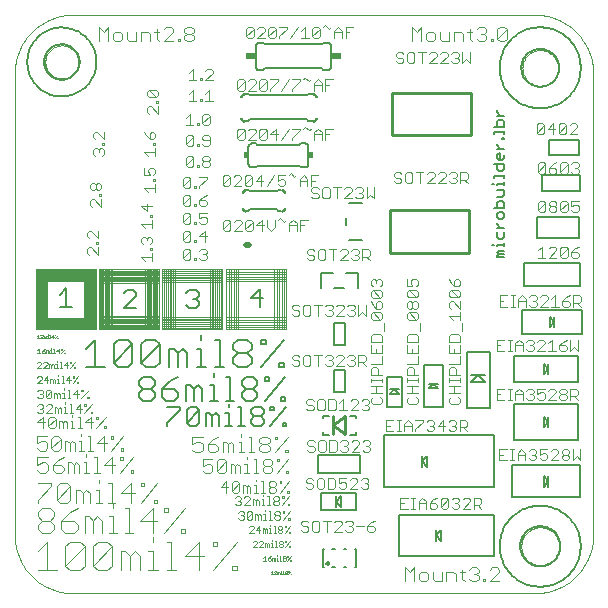
<source format=gto>
G75*
G70*
%OFA0B0*%
%FSLAX24Y24*%
%IPPOS*%
%LPD*%
%AMOC8*
5,1,8,0,0,1.08239X$1,22.5*
%
%ADD10C,0.0004*%
%ADD11C,0.0040*%
%ADD12C,0.0020*%
%ADD13C,0.0050*%
%ADD14C,0.0010*%
%ADD15C,0.0030*%
%ADD16C,0.0060*%
%ADD17C,0.0070*%
%ADD18C,0.0080*%
%ADD19C,0.0000*%
%ADD20R,0.0150X0.0200*%
%ADD21R,0.0340X0.0240*%
%ADD22C,0.0100*%
%ADD23C,0.0200*%
D10*
X002079Y000131D02*
X004048Y000131D01*
X017434Y000131D01*
X017528Y000133D01*
X017621Y000140D01*
X017714Y000151D01*
X017807Y000167D01*
X017898Y000187D01*
X017989Y000211D01*
X018078Y000239D01*
X018166Y000272D01*
X018252Y000309D01*
X018336Y000350D01*
X018419Y000395D01*
X018499Y000444D01*
X018576Y000496D01*
X018651Y000552D01*
X018723Y000612D01*
X018793Y000675D01*
X018859Y000741D01*
X018922Y000811D01*
X018982Y000883D01*
X019038Y000958D01*
X019090Y001035D01*
X019139Y001116D01*
X019184Y001198D01*
X019225Y001282D01*
X019262Y001368D01*
X019295Y001456D01*
X019323Y001545D01*
X019347Y001636D01*
X019367Y001727D01*
X019383Y001820D01*
X019394Y001913D01*
X019401Y002006D01*
X019403Y002100D01*
X019402Y002100D02*
X019402Y008399D01*
X019402Y017454D01*
X019403Y017454D02*
X019401Y017548D01*
X019394Y017641D01*
X019383Y017734D01*
X019367Y017827D01*
X019347Y017918D01*
X019323Y018009D01*
X019295Y018098D01*
X019262Y018186D01*
X019225Y018272D01*
X019184Y018356D01*
X019139Y018438D01*
X019090Y018519D01*
X019038Y018596D01*
X018982Y018671D01*
X018922Y018743D01*
X018859Y018813D01*
X018793Y018879D01*
X018723Y018942D01*
X018651Y019002D01*
X018576Y019058D01*
X018499Y019110D01*
X018418Y019159D01*
X018336Y019204D01*
X018252Y019245D01*
X018166Y019282D01*
X018078Y019315D01*
X017989Y019343D01*
X017898Y019367D01*
X017807Y019387D01*
X017714Y019403D01*
X017621Y019414D01*
X017528Y019421D01*
X017434Y019423D01*
X017434Y019422D02*
X015859Y019422D01*
X002079Y019422D01*
X002079Y019423D02*
X001985Y019421D01*
X001892Y019414D01*
X001799Y019403D01*
X001706Y019387D01*
X001615Y019367D01*
X001524Y019343D01*
X001435Y019315D01*
X001347Y019282D01*
X001261Y019245D01*
X001177Y019204D01*
X001094Y019159D01*
X001014Y019110D01*
X000937Y019058D01*
X000862Y019002D01*
X000790Y018942D01*
X000720Y018879D01*
X000654Y018813D01*
X000591Y018743D01*
X000531Y018671D01*
X000475Y018596D01*
X000423Y018519D01*
X000374Y018439D01*
X000329Y018356D01*
X000288Y018272D01*
X000251Y018186D01*
X000218Y018098D01*
X000190Y018009D01*
X000166Y017918D01*
X000146Y017827D01*
X000130Y017734D01*
X000119Y017641D01*
X000112Y017548D01*
X000110Y017454D01*
X000111Y017454D02*
X000111Y012336D01*
X000111Y002100D01*
X000110Y002100D02*
X000112Y002006D01*
X000119Y001913D01*
X000130Y001820D01*
X000146Y001727D01*
X000166Y001636D01*
X000190Y001545D01*
X000218Y001456D01*
X000251Y001368D01*
X000288Y001282D01*
X000329Y001198D01*
X000374Y001116D01*
X000423Y001035D01*
X000475Y000958D01*
X000531Y000883D01*
X000591Y000811D01*
X000654Y000741D01*
X000720Y000675D01*
X000790Y000612D01*
X000862Y000552D01*
X000937Y000496D01*
X001014Y000444D01*
X001094Y000395D01*
X001177Y000350D01*
X001261Y000309D01*
X001347Y000272D01*
X001435Y000239D01*
X001524Y000211D01*
X001615Y000187D01*
X001706Y000167D01*
X001799Y000151D01*
X001892Y000140D01*
X001985Y000133D01*
X002079Y000131D01*
D11*
X001521Y000901D02*
X000881Y000901D01*
X001201Y000901D02*
X001201Y001862D01*
X000881Y001542D01*
X001802Y001702D02*
X001802Y001061D01*
X002442Y001702D01*
X002442Y001061D01*
X002282Y000901D01*
X001962Y000901D01*
X001802Y001061D01*
X001802Y001702D02*
X001962Y001862D01*
X002282Y001862D01*
X002442Y001702D01*
X002722Y001702D02*
X002882Y001862D01*
X003203Y001862D01*
X003363Y001702D01*
X002722Y001061D01*
X002882Y000901D01*
X003203Y000901D01*
X003363Y001061D01*
X003363Y001702D01*
X003643Y001542D02*
X003803Y001542D01*
X003963Y001381D01*
X004124Y001542D01*
X004284Y001381D01*
X004284Y000901D01*
X003963Y000901D02*
X003963Y001381D01*
X003643Y001542D02*
X003643Y000901D01*
X004564Y000901D02*
X004884Y000901D01*
X004724Y000901D02*
X004724Y001542D01*
X004564Y001542D01*
X004724Y001862D02*
X004724Y002022D01*
X005178Y001862D02*
X005338Y001862D01*
X005338Y000901D01*
X005178Y000901D02*
X005498Y000901D01*
X005791Y001381D02*
X006432Y001381D01*
X006712Y001702D02*
X006712Y001862D01*
X006872Y001862D01*
X006872Y001702D01*
X006712Y001702D01*
X006272Y001862D02*
X005791Y001381D01*
X006272Y000901D02*
X006272Y001862D01*
X006712Y000901D02*
X007513Y001862D01*
X007513Y001061D02*
X007353Y001061D01*
X007353Y000901D01*
X007513Y000901D01*
X007513Y001061D01*
X007462Y004151D02*
X007462Y004381D01*
X007539Y004458D01*
X007616Y004381D01*
X007616Y004151D01*
X007769Y004151D02*
X007923Y004151D01*
X007846Y004151D02*
X007846Y004458D01*
X007769Y004458D01*
X007846Y004611D02*
X007846Y004688D01*
X007920Y004841D02*
X008093Y004841D01*
X008007Y004841D02*
X008007Y005361D01*
X007920Y005361D01*
X007663Y005361D02*
X007663Y005448D01*
X007663Y005188D02*
X007576Y005188D01*
X007663Y005188D02*
X007663Y004841D01*
X007576Y004841D02*
X007750Y004841D01*
X007407Y004841D02*
X007407Y005101D01*
X007321Y005188D01*
X007234Y005101D01*
X007234Y004841D01*
X007060Y004841D02*
X007060Y005188D01*
X007147Y005188D01*
X007234Y005101D01*
X006892Y005014D02*
X006805Y005101D01*
X006545Y005101D01*
X006545Y004928D01*
X006632Y004841D01*
X006805Y004841D01*
X006892Y004928D01*
X006892Y005014D01*
X006718Y005275D02*
X006545Y005101D01*
X006376Y005101D02*
X006376Y004928D01*
X006289Y004841D01*
X006116Y004841D01*
X006029Y004928D01*
X006029Y005101D02*
X006203Y005188D01*
X006289Y005188D01*
X006376Y005101D01*
X006376Y005361D02*
X006029Y005361D01*
X006029Y005101D01*
X006388Y004611D02*
X006388Y004381D01*
X006542Y004458D01*
X006619Y004458D01*
X006695Y004381D01*
X006695Y004228D01*
X006619Y004151D01*
X006465Y004151D01*
X006388Y004228D01*
X006388Y004611D02*
X006695Y004611D01*
X006849Y004535D02*
X006925Y004611D01*
X007079Y004611D01*
X007156Y004535D01*
X006849Y004228D01*
X006925Y004151D01*
X007079Y004151D01*
X007156Y004228D01*
X007156Y004535D01*
X007309Y004458D02*
X007386Y004458D01*
X007462Y004381D01*
X007309Y004458D02*
X007309Y004151D01*
X006849Y004228D02*
X006849Y004535D01*
X006718Y005275D02*
X006892Y005361D01*
X008076Y004611D02*
X008153Y004611D01*
X008153Y004151D01*
X008076Y004151D02*
X008230Y004151D01*
X008383Y004228D02*
X008383Y004304D01*
X008460Y004381D01*
X008613Y004381D01*
X008690Y004304D01*
X008690Y004228D01*
X008613Y004151D01*
X008460Y004151D01*
X008383Y004228D01*
X008460Y004381D02*
X008383Y004458D01*
X008383Y004535D01*
X008460Y004611D01*
X008613Y004611D01*
X008690Y004535D01*
X008690Y004458D01*
X008613Y004381D01*
X008844Y004535D02*
X008844Y004611D01*
X008920Y004611D01*
X008920Y004535D01*
X008844Y004535D01*
X008779Y004841D02*
X009213Y005361D01*
X008866Y005361D02*
X008866Y005275D01*
X008779Y005275D01*
X008779Y005361D01*
X008866Y005361D01*
X008611Y005275D02*
X008611Y005188D01*
X008524Y005101D01*
X008350Y005101D01*
X008264Y005188D01*
X008264Y005275D01*
X008350Y005361D01*
X008524Y005361D01*
X008611Y005275D01*
X008524Y005101D02*
X008611Y005014D01*
X008611Y004928D01*
X008524Y004841D01*
X008350Y004841D01*
X008264Y004928D01*
X008264Y005014D01*
X008350Y005101D01*
X009126Y004928D02*
X009126Y004841D01*
X009213Y004841D01*
X009213Y004928D01*
X009126Y004928D01*
X009227Y004611D02*
X008844Y004151D01*
X009150Y004151D02*
X009227Y004151D01*
X009227Y004228D01*
X009150Y004228D01*
X009150Y004151D01*
X013123Y001005D02*
X013123Y000545D01*
X013430Y000545D02*
X013430Y001005D01*
X013276Y000852D01*
X013123Y001005D01*
X013583Y000775D02*
X013583Y000621D01*
X013660Y000545D01*
X013814Y000545D01*
X013890Y000621D01*
X013890Y000775D01*
X013814Y000852D01*
X013660Y000852D01*
X013583Y000775D01*
X014044Y000852D02*
X014044Y000621D01*
X014120Y000545D01*
X014351Y000545D01*
X014351Y000852D01*
X014504Y000852D02*
X014734Y000852D01*
X014811Y000775D01*
X014811Y000545D01*
X014504Y000545D02*
X014504Y000852D01*
X014964Y000852D02*
X015118Y000852D01*
X015041Y000928D02*
X015041Y000621D01*
X015118Y000545D01*
X015271Y000621D02*
X015348Y000545D01*
X015501Y000545D01*
X015578Y000621D01*
X015578Y000698D01*
X015501Y000775D01*
X015425Y000775D01*
X015501Y000775D02*
X015578Y000852D01*
X015578Y000928D01*
X015501Y001005D01*
X015348Y001005D01*
X015271Y000928D01*
X015732Y000621D02*
X015732Y000545D01*
X015808Y000545D01*
X015808Y000621D01*
X015732Y000621D01*
X015962Y000545D02*
X016269Y000852D01*
X016269Y000928D01*
X016192Y001005D01*
X016039Y001005D01*
X015962Y000928D01*
X015962Y000545D02*
X016269Y000545D01*
X009171Y008931D02*
X009171Y010931D01*
X007171Y010931D01*
X007171Y008931D01*
X009171Y008931D01*
X009171Y009011D02*
X007171Y009011D01*
X007171Y009091D02*
X009171Y009091D01*
X009171Y009171D02*
X007171Y009171D01*
X007171Y009251D02*
X009171Y009251D01*
X009171Y009331D02*
X007171Y009331D01*
X007251Y008931D02*
X007251Y010931D01*
X007331Y010931D02*
X007331Y008931D01*
X007411Y008931D02*
X007411Y010931D01*
X007491Y010931D02*
X007491Y008931D01*
X007571Y008931D02*
X007571Y010931D01*
X007171Y010851D02*
X009171Y010851D01*
X009171Y010771D02*
X007171Y010771D01*
X007171Y010691D02*
X009171Y010691D01*
X009171Y010611D02*
X007171Y010611D01*
X007171Y010531D02*
X009171Y010531D01*
X009091Y010931D02*
X009091Y008931D01*
X009011Y008931D02*
X009011Y010931D01*
X008931Y010931D02*
X008931Y008931D01*
X008851Y008931D02*
X008851Y010931D01*
X008771Y010931D02*
X008771Y008931D01*
X002722Y001702D02*
X002722Y001061D01*
X002934Y018549D02*
X002934Y019009D01*
X003087Y018856D01*
X003241Y019009D01*
X003241Y018549D01*
X003394Y018625D02*
X003471Y018549D01*
X003624Y018549D01*
X003701Y018625D01*
X003701Y018779D01*
X003624Y018856D01*
X003471Y018856D01*
X003394Y018779D01*
X003394Y018625D01*
X003854Y018625D02*
X003931Y018549D01*
X004161Y018549D01*
X004161Y018856D01*
X004315Y018856D02*
X004545Y018856D01*
X004622Y018779D01*
X004622Y018549D01*
X004852Y018625D02*
X004929Y018549D01*
X004852Y018625D02*
X004852Y018932D01*
X004775Y018856D02*
X004929Y018856D01*
X005082Y018932D02*
X005159Y019009D01*
X005312Y019009D01*
X005389Y018932D01*
X005389Y018856D01*
X005082Y018549D01*
X005389Y018549D01*
X005542Y018549D02*
X005542Y018625D01*
X005619Y018625D01*
X005619Y018549D01*
X005542Y018549D01*
X005773Y018625D02*
X005773Y018702D01*
X005849Y018779D01*
X006003Y018779D01*
X006079Y018702D01*
X006079Y018625D01*
X006003Y018549D01*
X005849Y018549D01*
X005773Y018625D01*
X005849Y018779D02*
X005773Y018856D01*
X005773Y018932D01*
X005849Y019009D01*
X006003Y019009D01*
X006079Y018932D01*
X006079Y018856D01*
X006003Y018779D01*
X004315Y018856D02*
X004315Y018549D01*
X003854Y018625D02*
X003854Y018856D01*
X013367Y019009D02*
X013367Y018549D01*
X013674Y018549D02*
X013674Y019009D01*
X013520Y018856D01*
X013367Y019009D01*
X013827Y018779D02*
X013827Y018625D01*
X013904Y018549D01*
X014057Y018549D01*
X014134Y018625D01*
X014134Y018779D01*
X014057Y018856D01*
X013904Y018856D01*
X013827Y018779D01*
X014288Y018856D02*
X014288Y018625D01*
X014364Y018549D01*
X014594Y018549D01*
X014594Y018856D01*
X014748Y018856D02*
X014978Y018856D01*
X015055Y018779D01*
X015055Y018549D01*
X015285Y018625D02*
X015362Y018549D01*
X015285Y018625D02*
X015285Y018932D01*
X015208Y018856D02*
X015362Y018856D01*
X015515Y018932D02*
X015592Y019009D01*
X015745Y019009D01*
X015822Y018932D01*
X015822Y018856D01*
X015745Y018779D01*
X015822Y018702D01*
X015822Y018625D01*
X015745Y018549D01*
X015592Y018549D01*
X015515Y018625D01*
X015669Y018779D02*
X015745Y018779D01*
X015976Y018625D02*
X016052Y018625D01*
X016052Y018549D01*
X015976Y018549D01*
X015976Y018625D01*
X016206Y018625D02*
X016282Y018549D01*
X016436Y018549D01*
X016513Y018625D01*
X016513Y018932D01*
X016206Y018625D01*
X016206Y018932D01*
X016282Y019009D01*
X016436Y019009D01*
X016513Y018932D01*
X014748Y018856D02*
X014748Y018549D01*
D12*
X006727Y017558D02*
X006663Y017621D01*
X006537Y017621D01*
X006473Y017558D01*
X006727Y017558D02*
X006727Y017495D01*
X006473Y017241D01*
X006727Y017241D01*
X006600Y016921D02*
X006600Y016541D01*
X006473Y016541D02*
X006727Y016541D01*
X006473Y016795D02*
X006600Y016921D01*
X006353Y016604D02*
X006353Y016541D01*
X006289Y016541D01*
X006289Y016604D01*
X006353Y016604D01*
X006174Y016541D02*
X005921Y016541D01*
X006048Y016541D02*
X006048Y016921D01*
X005921Y016795D01*
X005921Y017241D02*
X006174Y017241D01*
X006289Y017241D02*
X006353Y017241D01*
X006353Y017304D01*
X006289Y017304D01*
X006289Y017241D01*
X006048Y017241D02*
X006048Y017621D01*
X005921Y017495D01*
X004901Y016863D02*
X004901Y016736D01*
X004837Y016673D01*
X004584Y016926D01*
X004837Y016926D01*
X004901Y016863D01*
X004837Y016673D02*
X004584Y016673D01*
X004521Y016736D01*
X004521Y016863D01*
X004584Y016926D01*
X004837Y016552D02*
X004901Y016552D01*
X004901Y016489D01*
X004837Y016489D01*
X004837Y016552D01*
X004901Y016374D02*
X004901Y016120D01*
X004647Y016374D01*
X004584Y016374D01*
X004521Y016310D01*
X004521Y016184D01*
X004584Y016120D01*
X004674Y015526D02*
X004611Y015463D01*
X004611Y015273D01*
X004737Y015273D01*
X004801Y015336D01*
X004801Y015463D01*
X004737Y015526D01*
X004674Y015526D01*
X004484Y015399D02*
X004611Y015273D01*
X004737Y015152D02*
X004801Y015152D01*
X004801Y015089D01*
X004737Y015089D01*
X004737Y015152D01*
X004801Y014974D02*
X004801Y014720D01*
X004801Y014847D02*
X004421Y014847D01*
X004547Y014720D01*
X004611Y014326D02*
X004737Y014326D01*
X004801Y014263D01*
X004801Y014136D01*
X004737Y014073D01*
X004737Y013952D02*
X004801Y013952D01*
X004801Y013889D01*
X004737Y013889D01*
X004737Y013952D01*
X004611Y014073D02*
X004547Y014199D01*
X004547Y014263D01*
X004611Y014326D01*
X004421Y014326D02*
X004421Y014073D01*
X004611Y014073D01*
X004801Y013774D02*
X004801Y013520D01*
X004801Y013647D02*
X004421Y013647D01*
X004547Y013520D01*
X004511Y013126D02*
X004511Y012873D01*
X004321Y013063D01*
X004701Y013063D01*
X004701Y012752D02*
X004637Y012752D01*
X004637Y012689D01*
X004701Y012689D01*
X004701Y012752D01*
X004701Y012574D02*
X004701Y012320D01*
X004701Y012447D02*
X004321Y012447D01*
X004447Y012320D01*
X004447Y012026D02*
X004511Y011963D01*
X004574Y012026D01*
X004637Y012026D01*
X004701Y011963D01*
X004701Y011836D01*
X004637Y011773D01*
X004637Y011652D02*
X004701Y011652D01*
X004701Y011589D01*
X004637Y011589D01*
X004637Y011652D01*
X004701Y011474D02*
X004701Y011220D01*
X004701Y011347D02*
X004321Y011347D01*
X004447Y011220D01*
X004471Y010931D02*
X004471Y008931D01*
X004511Y008931D02*
X004511Y010931D01*
X004551Y010931D02*
X004551Y008931D01*
X004591Y008931D02*
X004591Y010931D01*
X004631Y010931D02*
X004631Y008931D01*
X004671Y008931D02*
X004671Y010931D01*
X004711Y010931D02*
X004711Y008931D01*
X004751Y008931D02*
X004751Y010931D01*
X004791Y010931D02*
X004791Y008931D01*
X004831Y008931D02*
X004831Y010931D01*
X004871Y010931D02*
X004871Y008931D01*
X004911Y008931D02*
X004911Y010931D01*
X002911Y010931D01*
X002911Y008931D01*
X004911Y008931D01*
X004911Y008971D02*
X002911Y008971D01*
X002911Y009011D02*
X004911Y009011D01*
X004911Y009051D02*
X002911Y009051D01*
X002911Y009091D02*
X004911Y009091D01*
X004911Y009131D02*
X002911Y009131D01*
X002911Y009171D02*
X004911Y009171D01*
X004911Y009211D02*
X002911Y009211D01*
X002911Y009251D02*
X004911Y009251D01*
X004911Y009291D02*
X002911Y009291D01*
X002911Y009331D02*
X004911Y009331D01*
X004911Y009371D02*
X002911Y009371D01*
X002951Y008931D02*
X002951Y010931D01*
X002991Y010931D02*
X002991Y008931D01*
X003031Y008931D02*
X003031Y010931D01*
X003071Y010931D02*
X003071Y008931D01*
X003111Y008931D02*
X003111Y010931D01*
X003151Y010931D02*
X003151Y008931D01*
X003191Y008931D02*
X003191Y010931D01*
X003231Y010931D02*
X003231Y008931D01*
X003271Y008931D02*
X003271Y010931D01*
X003311Y010931D02*
X003311Y008931D01*
X003351Y008931D02*
X003351Y010931D01*
X002911Y010891D02*
X004911Y010891D01*
X004911Y010851D02*
X002911Y010851D01*
X002911Y010811D02*
X004911Y010811D01*
X004911Y010771D02*
X002911Y010771D01*
X002911Y010731D02*
X004911Y010731D01*
X004911Y010691D02*
X002911Y010691D01*
X002911Y010651D02*
X004911Y010651D01*
X004911Y010611D02*
X002911Y010611D01*
X002911Y010571D02*
X004911Y010571D01*
X004911Y010531D02*
X002911Y010531D01*
X002911Y010491D02*
X004911Y010491D01*
X005721Y011304D02*
X005974Y011558D01*
X005974Y011304D01*
X005911Y011241D01*
X005784Y011241D01*
X005721Y011304D01*
X005721Y011558D01*
X005784Y011621D01*
X005911Y011621D01*
X005974Y011558D01*
X005911Y011841D02*
X005784Y011841D01*
X005721Y011904D01*
X005974Y012158D01*
X005974Y011904D01*
X005911Y011841D01*
X006089Y011841D02*
X006153Y011841D01*
X006153Y011904D01*
X006089Y011904D01*
X006089Y011841D01*
X006273Y012031D02*
X006527Y012031D01*
X006463Y011841D02*
X006463Y012221D01*
X006273Y012031D01*
X005974Y012158D02*
X005911Y012221D01*
X005784Y012221D01*
X005721Y012158D01*
X005721Y011904D01*
X005784Y012441D02*
X005721Y012504D01*
X005974Y012758D01*
X005974Y012504D01*
X005911Y012441D01*
X005784Y012441D01*
X005721Y012504D02*
X005721Y012758D01*
X005784Y012821D01*
X005911Y012821D01*
X005974Y012758D01*
X006089Y012504D02*
X006153Y012504D01*
X006153Y012441D01*
X006089Y012441D01*
X006089Y012504D01*
X006273Y012504D02*
X006337Y012441D01*
X006463Y012441D01*
X006527Y012504D01*
X006527Y012631D01*
X006463Y012695D01*
X006400Y012695D01*
X006273Y012631D01*
X006273Y012821D01*
X006527Y012821D01*
X006463Y013041D02*
X006337Y013041D01*
X006273Y013104D01*
X006273Y013231D01*
X006463Y013231D01*
X006527Y013168D01*
X006527Y013104D01*
X006463Y013041D01*
X006273Y013231D02*
X006400Y013358D01*
X006527Y013421D01*
X006273Y013641D02*
X006273Y013704D01*
X006527Y013958D01*
X006527Y014021D01*
X006273Y014021D01*
X006153Y013704D02*
X006153Y013641D01*
X006089Y013641D01*
X006089Y013704D01*
X006153Y013704D01*
X005974Y013704D02*
X005911Y013641D01*
X005784Y013641D01*
X005721Y013704D01*
X005974Y013958D01*
X005974Y013704D01*
X005721Y013704D02*
X005721Y013958D01*
X005784Y014021D01*
X005911Y014021D01*
X005974Y013958D01*
X006011Y014341D02*
X005884Y014341D01*
X005821Y014404D01*
X006074Y014658D01*
X006074Y014404D01*
X006011Y014341D01*
X006189Y014341D02*
X006253Y014341D01*
X006253Y014404D01*
X006189Y014404D01*
X006189Y014341D01*
X006373Y014404D02*
X006373Y014468D01*
X006437Y014531D01*
X006563Y014531D01*
X006627Y014468D01*
X006627Y014404D01*
X006563Y014341D01*
X006437Y014341D01*
X006373Y014404D01*
X006437Y014531D02*
X006373Y014595D01*
X006373Y014658D01*
X006437Y014721D01*
X006563Y014721D01*
X006627Y014658D01*
X006627Y014595D01*
X006563Y014531D01*
X006074Y014658D02*
X006011Y014721D01*
X005884Y014721D01*
X005821Y014658D01*
X005821Y014404D01*
X005884Y015041D02*
X005821Y015104D01*
X006074Y015358D01*
X006074Y015104D01*
X006011Y015041D01*
X005884Y015041D01*
X005821Y015104D02*
X005821Y015358D01*
X005884Y015421D01*
X006011Y015421D01*
X006074Y015358D01*
X006189Y015104D02*
X006253Y015104D01*
X006253Y015041D01*
X006189Y015041D01*
X006189Y015104D01*
X006373Y015104D02*
X006437Y015041D01*
X006563Y015041D01*
X006627Y015104D01*
X006627Y015358D01*
X006563Y015421D01*
X006437Y015421D01*
X006373Y015358D01*
X006373Y015295D01*
X006437Y015231D01*
X006627Y015231D01*
X006563Y015741D02*
X006437Y015741D01*
X006373Y015804D01*
X006627Y016058D01*
X006627Y015804D01*
X006563Y015741D01*
X006373Y015804D02*
X006373Y016058D01*
X006437Y016121D01*
X006563Y016121D01*
X006627Y016058D01*
X006253Y015804D02*
X006189Y015804D01*
X006189Y015741D01*
X006253Y015741D01*
X006253Y015804D01*
X006074Y015741D02*
X005821Y015741D01*
X005948Y015741D02*
X005948Y016121D01*
X005821Y015995D01*
X004484Y015399D02*
X004421Y015526D01*
X003101Y015526D02*
X003101Y015273D01*
X002847Y015526D01*
X002784Y015526D01*
X002721Y015463D01*
X002721Y015336D01*
X002784Y015273D01*
X003037Y015152D02*
X003101Y015152D01*
X003101Y015089D01*
X003037Y015089D01*
X003037Y015152D01*
X003037Y014974D02*
X003101Y014910D01*
X003101Y014784D01*
X003037Y014720D01*
X002911Y014847D02*
X002911Y014910D01*
X002974Y014974D01*
X003037Y014974D01*
X002911Y014910D02*
X002847Y014974D01*
X002784Y014974D01*
X002721Y014910D01*
X002721Y014784D01*
X002784Y014720D01*
X002747Y013826D02*
X002684Y013826D01*
X002621Y013763D01*
X002621Y013636D01*
X002684Y013573D01*
X002747Y013573D01*
X002811Y013636D01*
X002811Y013763D01*
X002874Y013826D01*
X002937Y013826D01*
X003001Y013763D01*
X003001Y013636D01*
X002937Y013573D01*
X002874Y013573D01*
X002811Y013636D01*
X002811Y013763D02*
X002747Y013826D01*
X002937Y013452D02*
X003001Y013452D01*
X003001Y013389D01*
X002937Y013389D01*
X002937Y013452D01*
X003001Y013274D02*
X003001Y013020D01*
X002747Y013274D01*
X002684Y013274D01*
X002621Y013210D01*
X002621Y013084D01*
X002684Y013020D01*
X002647Y012226D02*
X002584Y012226D01*
X002521Y012163D01*
X002521Y012036D01*
X002584Y011973D01*
X002647Y012226D02*
X002901Y011973D01*
X002901Y012226D01*
X002901Y011852D02*
X002901Y011789D01*
X002837Y011789D01*
X002837Y011852D01*
X002901Y011852D01*
X002901Y011674D02*
X002901Y011420D01*
X002647Y011674D01*
X002584Y011674D01*
X002521Y011610D01*
X002521Y011484D01*
X002584Y011420D01*
X004321Y011836D02*
X004321Y011963D01*
X004384Y012026D01*
X004447Y012026D01*
X004511Y011963D02*
X004511Y011899D01*
X004384Y011773D02*
X004321Y011836D01*
X005721Y013104D02*
X005974Y013358D01*
X005974Y013104D01*
X005911Y013041D01*
X005784Y013041D01*
X005721Y013104D01*
X005721Y013358D01*
X005784Y013421D01*
X005911Y013421D01*
X005974Y013358D01*
X006089Y013104D02*
X006153Y013104D01*
X006153Y013041D01*
X006089Y013041D01*
X006089Y013104D01*
X006337Y011621D02*
X006463Y011621D01*
X006527Y011558D01*
X006527Y011495D01*
X006463Y011431D01*
X006527Y011368D01*
X006527Y011304D01*
X006463Y011241D01*
X006337Y011241D01*
X006273Y011304D01*
X006153Y011304D02*
X006153Y011241D01*
X006089Y011241D01*
X006089Y011304D01*
X006153Y011304D01*
X006400Y011431D02*
X006463Y011431D01*
X006337Y011621D02*
X006273Y011558D01*
X002039Y006085D02*
X002039Y006021D01*
X002039Y005895D02*
X002039Y005641D01*
X001976Y005641D02*
X002103Y005641D01*
X002221Y005641D02*
X002348Y005641D01*
X002285Y005641D02*
X002285Y006021D01*
X002221Y006021D01*
X002039Y005895D02*
X001976Y005895D01*
X001861Y005831D02*
X001861Y005641D01*
X001734Y005641D02*
X001734Y005831D01*
X001798Y005895D01*
X001861Y005831D01*
X001734Y005831D02*
X001671Y005895D01*
X001607Y005895D01*
X001607Y005641D01*
X001493Y005704D02*
X001429Y005641D01*
X001303Y005641D01*
X001239Y005704D01*
X001493Y005958D01*
X001493Y005704D01*
X001239Y005704D02*
X001239Y005958D01*
X001303Y006021D01*
X001429Y006021D01*
X001493Y005958D01*
X001124Y005831D02*
X000871Y005831D01*
X001061Y006021D01*
X001061Y005641D01*
X001191Y005371D02*
X000871Y005371D01*
X000871Y005131D01*
X001031Y005211D01*
X001111Y005211D01*
X001191Y005131D01*
X001191Y004971D01*
X001111Y004891D01*
X000951Y004891D01*
X000871Y004971D01*
X000871Y004681D02*
X000871Y004411D01*
X001051Y004501D01*
X001141Y004501D01*
X001231Y004411D01*
X001231Y004231D01*
X001141Y004141D01*
X000961Y004141D01*
X000871Y004231D01*
X000871Y004681D02*
X001231Y004681D01*
X001386Y004411D02*
X001657Y004411D01*
X001747Y004321D01*
X001747Y004231D01*
X001657Y004141D01*
X001477Y004141D01*
X001386Y004231D01*
X001386Y004411D01*
X001567Y004591D01*
X001747Y004681D01*
X001902Y004501D02*
X001992Y004501D01*
X002082Y004411D01*
X002172Y004501D01*
X002262Y004411D01*
X002262Y004141D01*
X002418Y004141D02*
X002598Y004141D01*
X002508Y004141D02*
X002508Y004501D01*
X002418Y004501D01*
X002508Y004681D02*
X002508Y004772D01*
X002559Y004891D02*
X002719Y004891D01*
X002639Y004891D02*
X002639Y005371D01*
X002559Y005371D01*
X002657Y005641D02*
X002657Y006021D01*
X002467Y005831D01*
X002720Y005831D01*
X002835Y005958D02*
X002835Y006021D01*
X002899Y006021D01*
X002899Y005958D01*
X002835Y005958D01*
X003089Y005704D02*
X003152Y005704D01*
X003152Y005641D01*
X003089Y005641D01*
X003089Y005704D01*
X002835Y005641D02*
X003152Y006021D01*
X003106Y005371D02*
X002866Y005131D01*
X003186Y005131D01*
X003326Y005291D02*
X003326Y005371D01*
X003406Y005371D01*
X003406Y005291D01*
X003326Y005291D01*
X003106Y005371D02*
X003106Y004891D01*
X003326Y004891D02*
X003726Y005371D01*
X003726Y004971D02*
X003646Y004971D01*
X003646Y004891D01*
X003726Y004891D01*
X003726Y004971D01*
X003711Y004681D02*
X003621Y004681D01*
X003621Y004591D01*
X003711Y004591D01*
X003711Y004681D01*
X004071Y004681D02*
X003621Y004141D01*
X003375Y004141D02*
X003375Y004681D01*
X003105Y004411D01*
X003466Y004411D01*
X002942Y004141D02*
X002761Y004141D01*
X002852Y004141D02*
X002852Y004681D01*
X002761Y004681D01*
X002412Y004891D02*
X002252Y004891D01*
X002332Y004891D02*
X002332Y005211D01*
X002252Y005211D01*
X002112Y005131D02*
X002112Y004891D01*
X001952Y004891D02*
X001952Y005131D01*
X002032Y005211D01*
X002112Y005131D01*
X001952Y005131D02*
X001872Y005211D01*
X001792Y005211D01*
X001792Y004891D01*
X001651Y004971D02*
X001571Y004891D01*
X001411Y004891D01*
X001331Y004971D01*
X001651Y005291D01*
X001651Y004971D01*
X001331Y004971D02*
X001331Y005291D01*
X001411Y005371D01*
X001571Y005371D01*
X001651Y005291D01*
X002332Y005371D02*
X002332Y005451D01*
X001902Y004501D02*
X001902Y004141D01*
X002082Y004141D02*
X002082Y004411D01*
X003981Y004231D02*
X004071Y004231D01*
X004071Y004141D01*
X003981Y004141D01*
X003981Y004231D01*
X007575Y002825D02*
X007622Y002871D01*
X007715Y002871D01*
X007762Y002825D01*
X007762Y002778D01*
X007715Y002731D01*
X007762Y002684D01*
X007762Y002638D01*
X007715Y002591D01*
X007622Y002591D01*
X007575Y002638D01*
X007669Y002731D02*
X007715Y002731D01*
X007852Y002638D02*
X007852Y002825D01*
X007898Y002871D01*
X007992Y002871D01*
X008038Y002825D01*
X007852Y002638D01*
X007898Y002591D01*
X007992Y002591D01*
X008038Y002638D01*
X008038Y002825D01*
X008128Y002778D02*
X008174Y002778D01*
X008221Y002731D01*
X008268Y002778D01*
X008315Y002731D01*
X008315Y002591D01*
X008404Y002591D02*
X008497Y002591D01*
X008451Y002591D02*
X008451Y002778D01*
X008404Y002778D01*
X008451Y002871D02*
X008451Y002918D01*
X008588Y002871D02*
X008635Y002871D01*
X008635Y002591D01*
X008588Y002591D02*
X008682Y002591D01*
X008772Y002638D02*
X008772Y002684D01*
X008819Y002731D01*
X008912Y002731D01*
X008959Y002684D01*
X008959Y002638D01*
X008912Y002591D01*
X008819Y002591D01*
X008772Y002638D01*
X008819Y002731D02*
X008772Y002778D01*
X008772Y002825D01*
X008819Y002871D01*
X008912Y002871D01*
X008959Y002825D01*
X008959Y002778D01*
X008912Y002731D01*
X009049Y002825D02*
X009049Y002871D01*
X009095Y002871D01*
X009095Y002825D01*
X009049Y002825D01*
X009049Y002591D02*
X009282Y002871D01*
X009282Y002638D02*
X009282Y002591D01*
X009235Y002591D01*
X009235Y002638D01*
X009282Y002638D01*
X009296Y002371D02*
X009113Y002151D01*
X009039Y002188D02*
X009002Y002151D01*
X008929Y002151D01*
X008892Y002188D01*
X008892Y002224D01*
X008929Y002261D01*
X009002Y002261D01*
X009039Y002224D01*
X009039Y002188D01*
X009002Y002261D02*
X009039Y002298D01*
X009039Y002334D01*
X009002Y002371D01*
X008929Y002371D01*
X008892Y002334D01*
X008892Y002298D01*
X008929Y002261D01*
X008818Y002151D02*
X008745Y002151D01*
X008781Y002151D02*
X008781Y002371D01*
X008745Y002371D01*
X008634Y002371D02*
X008634Y002408D01*
X008634Y002298D02*
X008634Y002151D01*
X008597Y002151D02*
X008671Y002151D01*
X008523Y002151D02*
X008523Y002261D01*
X008486Y002298D01*
X008450Y002261D01*
X008450Y002151D01*
X008376Y002151D02*
X008376Y002298D01*
X008413Y002298D01*
X008450Y002261D01*
X008302Y002261D02*
X008155Y002261D01*
X008266Y002371D01*
X008266Y002151D01*
X008081Y002151D02*
X007934Y002151D01*
X008081Y002298D01*
X008081Y002334D01*
X008045Y002371D01*
X007971Y002371D01*
X007934Y002334D01*
X008128Y002591D02*
X008128Y002778D01*
X008221Y002731D02*
X008221Y002591D01*
X008597Y002298D02*
X008634Y002298D01*
X008695Y001905D02*
X008695Y001871D01*
X008695Y001804D02*
X008695Y001671D01*
X008662Y001671D02*
X008729Y001671D01*
X008797Y001671D02*
X008864Y001671D01*
X008830Y001671D02*
X008830Y001871D01*
X008797Y001871D01*
X008695Y001804D02*
X008662Y001804D01*
X008593Y001771D02*
X008593Y001671D01*
X008526Y001671D02*
X008526Y001771D01*
X008559Y001804D01*
X008593Y001771D01*
X008526Y001771D02*
X008493Y001804D01*
X008459Y001804D01*
X008459Y001671D01*
X008390Y001671D02*
X008257Y001671D01*
X008390Y001804D01*
X008390Y001838D01*
X008357Y001871D01*
X008290Y001871D01*
X008257Y001838D01*
X008188Y001838D02*
X008154Y001871D01*
X008088Y001871D01*
X008054Y001838D01*
X008188Y001838D02*
X008188Y001804D01*
X008054Y001671D01*
X008188Y001671D01*
X008932Y001704D02*
X008932Y001738D01*
X008965Y001771D01*
X009032Y001771D01*
X009065Y001738D01*
X009065Y001704D01*
X009032Y001671D01*
X008965Y001671D01*
X008932Y001704D01*
X008965Y001771D02*
X008932Y001804D01*
X008932Y001838D01*
X008965Y001871D01*
X009032Y001871D01*
X009065Y001838D01*
X009065Y001804D01*
X009032Y001771D01*
X009134Y001838D02*
X009134Y001871D01*
X009168Y001871D01*
X009168Y001838D01*
X009134Y001838D01*
X009134Y001671D02*
X009301Y001871D01*
X009301Y001704D02*
X009301Y001671D01*
X009268Y001671D01*
X009268Y001704D01*
X009301Y001704D01*
X009296Y002151D02*
X009260Y002151D01*
X009260Y002188D01*
X009296Y002188D01*
X009296Y002151D01*
X009150Y002334D02*
X009150Y002371D01*
X009113Y002371D01*
X009113Y002334D01*
X009150Y002334D01*
D13*
X010325Y002901D02*
X010325Y003492D01*
X011506Y003492D01*
X011506Y002901D01*
X010325Y002901D01*
X010841Y003021D02*
X010841Y003371D01*
X010991Y003371D02*
X010841Y003196D01*
X010991Y003021D01*
X010991Y003371D01*
X011638Y004162D02*
X010238Y004162D01*
X010238Y004762D01*
X011638Y004762D01*
X011638Y004162D01*
X012435Y003666D02*
X012435Y005399D01*
X016098Y005399D01*
X016098Y004898D01*
X016098Y003666D01*
X012435Y003666D01*
X012916Y002735D02*
X012916Y001492D01*
X012916Y001514D01*
X012916Y001492D02*
X012916Y001396D01*
X016079Y001396D01*
X016079Y002567D01*
X016079Y002735D01*
X012916Y002735D01*
X014172Y002241D02*
X014172Y001891D01*
X014322Y001891D02*
X014172Y002066D01*
X014322Y002241D01*
X014322Y001891D01*
X016079Y002567D02*
X016079Y002614D01*
X016694Y003334D02*
X018961Y003334D01*
X018961Y004277D01*
X018961Y004215D01*
X018961Y004277D02*
X018961Y004408D01*
X016694Y004408D01*
X016694Y004277D01*
X016694Y003334D01*
X016694Y004265D02*
X016694Y004277D01*
X016098Y004898D02*
X016098Y005242D01*
X016758Y005249D02*
X018897Y005249D01*
X018897Y006389D01*
X018897Y006366D01*
X018897Y006389D02*
X018897Y006430D01*
X016758Y006430D01*
X016758Y005389D01*
X016758Y005249D01*
X016758Y005341D02*
X016758Y005389D01*
X017752Y005665D02*
X017902Y005840D01*
X017752Y006015D01*
X017752Y005665D01*
X017902Y005665D02*
X017902Y006015D01*
X018907Y007178D02*
X016747Y007178D01*
X016747Y007993D01*
X016747Y008044D01*
X018907Y008044D01*
X018907Y007993D01*
X018907Y007178D01*
X018907Y007980D02*
X018907Y007993D01*
X019029Y008792D02*
X019029Y009532D01*
X019029Y009540D02*
X019029Y009580D01*
X017019Y009580D01*
X017019Y009557D01*
X017019Y008792D01*
X019029Y008792D01*
X018099Y009011D02*
X018099Y009361D01*
X017949Y009361D02*
X018099Y009186D01*
X017949Y009011D01*
X017949Y009361D01*
X017019Y009515D02*
X017019Y009557D01*
X017079Y010367D02*
X017079Y011155D01*
X018969Y011155D01*
X018969Y010367D01*
X017079Y010367D01*
X017512Y011981D02*
X018930Y011981D01*
X018930Y012690D01*
X017512Y012690D01*
X017512Y011981D01*
X017690Y013537D02*
X017690Y014088D01*
X018949Y014088D01*
X018949Y013537D01*
X017690Y013537D01*
X017918Y014743D02*
X017918Y015243D01*
X018918Y015243D01*
X018918Y014743D01*
X017918Y014743D01*
X015964Y008188D02*
X015825Y008188D01*
X015177Y008188D01*
X015177Y006299D01*
X015725Y006299D01*
X015964Y006299D01*
X015964Y008188D01*
X015841Y008188D02*
X015825Y008188D01*
X015807Y007419D02*
X015571Y007419D01*
X015807Y007183D01*
X015334Y007183D01*
X015571Y007419D01*
X015334Y007419D01*
X014387Y007758D02*
X014387Y006342D01*
X014298Y006342D01*
X013757Y006342D01*
X013757Y007758D01*
X014347Y007758D01*
X014348Y007758D02*
X014387Y007758D01*
X014230Y007129D02*
X014072Y007129D01*
X014230Y006971D01*
X013915Y006971D01*
X014072Y007129D01*
X013915Y007129D01*
X014298Y006342D02*
X014347Y006342D01*
X013024Y006356D02*
X012524Y006356D01*
X012524Y007356D01*
X013024Y007356D01*
X013024Y006356D01*
X012931Y006777D02*
X012616Y006777D01*
X012774Y006935D01*
X012931Y006777D01*
X012931Y006935D02*
X012774Y006935D01*
X012616Y006935D01*
X011489Y006056D02*
X011489Y005977D01*
X011489Y006056D02*
X011292Y006056D01*
X011489Y005505D02*
X011489Y005426D01*
X011292Y005426D01*
X010583Y005426D02*
X010386Y005426D01*
X010386Y005505D01*
X010386Y005977D02*
X010386Y006056D01*
X010583Y006056D01*
X013692Y004708D02*
X013692Y004358D01*
X013842Y004358D02*
X013692Y004533D01*
X013842Y004708D01*
X013842Y004358D01*
X015725Y006299D02*
X015791Y006299D01*
X016747Y007980D02*
X016747Y007993D01*
X017752Y007786D02*
X017752Y007436D01*
X017902Y007611D01*
X017752Y007786D01*
X017902Y007786D02*
X017902Y007436D01*
X017902Y004046D02*
X017902Y003696D01*
X017752Y003696D02*
X017902Y003871D01*
X017752Y004046D01*
X017752Y003696D01*
X011489Y001627D02*
X011489Y000997D01*
X011449Y000997D01*
X011174Y000997D02*
X011095Y000997D01*
X010780Y000997D02*
X010701Y000997D01*
X010426Y000997D02*
X010386Y000997D01*
X010386Y001627D01*
X010426Y001627D01*
X010701Y001627D02*
X010780Y001627D01*
X011095Y001627D02*
X011174Y001627D01*
X011449Y001627D02*
X011489Y001627D01*
X008288Y009676D02*
X008288Y010287D01*
X007983Y009981D01*
X008390Y009981D01*
X006245Y010053D02*
X006143Y009951D01*
X006245Y009850D01*
X006245Y009748D01*
X006143Y009646D01*
X005940Y009646D01*
X005838Y009748D01*
X006042Y009951D02*
X006143Y009951D01*
X006245Y010053D02*
X006245Y010155D01*
X006143Y010257D01*
X005940Y010257D01*
X005838Y010155D01*
X004150Y010160D02*
X004150Y010058D01*
X003743Y009651D01*
X004150Y009651D01*
X004150Y010160D02*
X004048Y010262D01*
X003845Y010262D01*
X003743Y010160D01*
X002025Y009686D02*
X001618Y009686D01*
X001822Y009686D02*
X001822Y010297D01*
X001618Y010093D01*
D14*
X000811Y010541D02*
X002811Y010541D01*
X002811Y010571D02*
X000811Y010571D01*
X000811Y010601D02*
X002811Y010601D01*
X002811Y010631D02*
X000811Y010631D01*
X000811Y010661D02*
X002811Y010661D01*
X002811Y010691D02*
X000811Y010691D01*
X000811Y010721D02*
X002811Y010721D01*
X002811Y010751D02*
X000811Y010751D01*
X000811Y010781D02*
X002811Y010781D01*
X002811Y010811D02*
X000811Y010811D01*
X000811Y010841D02*
X002811Y010841D01*
X002811Y010871D02*
X000811Y010871D01*
X000811Y010901D02*
X002811Y010901D01*
X002811Y010931D02*
X000811Y010931D01*
X000811Y008931D01*
X002811Y008931D01*
X002811Y010931D01*
X002781Y010931D02*
X002781Y008931D01*
X002751Y008931D02*
X002751Y010931D01*
X002721Y010931D02*
X002721Y008931D01*
X002691Y008931D02*
X002691Y010931D01*
X002661Y010931D02*
X002661Y008931D01*
X002631Y008931D02*
X002631Y010931D01*
X002601Y010931D02*
X002601Y008931D01*
X002571Y008931D02*
X002571Y010931D01*
X002541Y010931D02*
X002541Y008931D01*
X002511Y008931D02*
X002511Y010931D01*
X002481Y010931D02*
X002481Y008931D01*
X002451Y008931D02*
X002451Y010931D01*
X002421Y010931D02*
X002421Y008931D01*
X002811Y008961D02*
X000811Y008961D01*
X000811Y008991D02*
X002811Y008991D01*
X002811Y009021D02*
X000811Y009021D01*
X000811Y009051D02*
X002811Y009051D01*
X002811Y009081D02*
X000811Y009081D01*
X000811Y009111D02*
X002811Y009111D01*
X002811Y009141D02*
X000811Y009141D01*
X000811Y009171D02*
X002811Y009171D01*
X002811Y009201D02*
X000811Y009201D01*
X000811Y009231D02*
X002811Y009231D01*
X002811Y009261D02*
X000811Y009261D01*
X000811Y009291D02*
X002811Y009291D01*
X002811Y009321D02*
X000811Y009321D01*
X000841Y008931D02*
X000841Y010931D01*
X000871Y010931D02*
X000871Y008931D01*
X000901Y008931D02*
X000901Y010931D01*
X000931Y010931D02*
X000931Y008931D01*
X000961Y008931D02*
X000961Y010931D01*
X000991Y010931D02*
X000991Y008931D01*
X001021Y008931D02*
X001021Y010931D01*
X001051Y010931D02*
X001051Y008931D01*
X001081Y008931D02*
X001081Y010931D01*
X001111Y010931D02*
X001111Y008931D01*
X001141Y008931D02*
X001141Y010931D01*
X001171Y010931D02*
X001171Y008931D01*
X001201Y008931D02*
X001201Y010931D01*
X001333Y008311D02*
X001333Y008286D01*
X001333Y008236D02*
X001333Y008136D01*
X001308Y008136D02*
X001358Y008136D01*
X001406Y008136D02*
X001456Y008136D01*
X001431Y008136D02*
X001431Y008286D01*
X001406Y008286D01*
X001333Y008236D02*
X001308Y008236D01*
X001261Y008211D02*
X001261Y008136D01*
X001211Y008136D02*
X001211Y008211D01*
X001236Y008236D01*
X001261Y008211D01*
X001211Y008211D02*
X001186Y008236D01*
X001161Y008236D01*
X001161Y008136D01*
X001113Y008161D02*
X001113Y008186D01*
X001088Y008211D01*
X001013Y008211D01*
X001013Y008161D01*
X001038Y008136D01*
X001088Y008136D01*
X001113Y008161D01*
X001063Y008261D02*
X001013Y008211D01*
X001063Y008261D02*
X001113Y008286D01*
X000916Y008286D02*
X000916Y008136D01*
X000866Y008136D02*
X000966Y008136D01*
X000866Y008236D02*
X000916Y008286D01*
X000901Y007846D02*
X000866Y007811D01*
X000901Y007846D02*
X000971Y007846D01*
X001006Y007811D01*
X001006Y007776D01*
X000866Y007636D01*
X001006Y007636D01*
X001068Y007636D02*
X001209Y007776D01*
X001209Y007811D01*
X001174Y007846D01*
X001103Y007846D01*
X001068Y007811D01*
X001068Y007636D02*
X001209Y007636D01*
X001271Y007636D02*
X001271Y007776D01*
X001306Y007776D01*
X001341Y007741D01*
X001376Y007776D01*
X001411Y007741D01*
X001411Y007636D01*
X001474Y007636D02*
X001544Y007636D01*
X001509Y007636D02*
X001509Y007776D01*
X001474Y007776D01*
X001509Y007846D02*
X001509Y007881D01*
X001609Y007846D02*
X001644Y007846D01*
X001644Y007636D01*
X001609Y007636D02*
X001679Y007636D01*
X001744Y007741D02*
X001884Y007741D01*
X001946Y007811D02*
X001946Y007846D01*
X001981Y007846D01*
X001981Y007811D01*
X001946Y007811D01*
X001849Y007846D02*
X001849Y007636D01*
X001946Y007636D02*
X002121Y007846D01*
X002121Y007671D02*
X002121Y007636D01*
X002086Y007636D01*
X002086Y007671D01*
X002121Y007671D01*
X001849Y007846D02*
X001744Y007741D01*
X001714Y007366D02*
X001714Y007136D01*
X001676Y007136D02*
X001753Y007136D01*
X001823Y007251D02*
X001977Y007251D01*
X002044Y007328D02*
X002044Y007366D01*
X002083Y007366D01*
X002083Y007328D01*
X002044Y007328D01*
X001939Y007366D02*
X001939Y007136D01*
X002044Y007136D02*
X002236Y007366D01*
X002236Y007174D02*
X002236Y007136D01*
X002198Y007136D01*
X002198Y007174D01*
X002236Y007174D01*
X002208Y006926D02*
X002063Y006781D01*
X002256Y006781D01*
X002339Y006878D02*
X002339Y006926D01*
X002387Y006926D01*
X002387Y006878D01*
X002339Y006878D01*
X002208Y006926D02*
X002208Y006636D01*
X002339Y006636D02*
X002581Y006926D01*
X002581Y006684D02*
X002532Y006684D01*
X002532Y006636D01*
X002581Y006636D01*
X002581Y006684D01*
X002489Y006446D02*
X002489Y006395D01*
X002437Y006395D01*
X002437Y006446D01*
X002489Y006446D01*
X002298Y006446D02*
X002143Y006291D01*
X002349Y006291D01*
X002298Y006136D02*
X002298Y006446D01*
X001998Y006446D02*
X001998Y006136D01*
X001946Y006136D02*
X002050Y006136D01*
X001853Y006136D02*
X001750Y006136D01*
X001801Y006136D02*
X001801Y006343D01*
X001750Y006343D01*
X001662Y006291D02*
X001662Y006136D01*
X001559Y006136D02*
X001559Y006291D01*
X001610Y006343D01*
X001662Y006291D01*
X001559Y006291D02*
X001507Y006343D01*
X001455Y006343D01*
X001455Y006136D01*
X001367Y006136D02*
X001161Y006136D01*
X001367Y006343D01*
X001367Y006395D01*
X001316Y006446D01*
X001212Y006446D01*
X001161Y006395D01*
X001073Y006395D02*
X001073Y006343D01*
X001021Y006291D01*
X001073Y006239D01*
X001073Y006188D01*
X001021Y006136D01*
X000918Y006136D01*
X000866Y006188D01*
X000969Y006291D02*
X001021Y006291D01*
X001073Y006395D02*
X001021Y006446D01*
X000918Y006446D01*
X000866Y006395D01*
X000914Y006636D02*
X000866Y006684D01*
X000914Y006636D02*
X001011Y006636D01*
X001059Y006684D01*
X001059Y006733D01*
X001011Y006781D01*
X000963Y006781D01*
X001011Y006781D02*
X001059Y006829D01*
X001059Y006878D01*
X001011Y006926D01*
X000914Y006926D01*
X000866Y006878D01*
X000866Y007136D02*
X001019Y007289D01*
X001019Y007328D01*
X000981Y007366D01*
X000904Y007366D01*
X000866Y007328D01*
X000866Y007136D02*
X001019Y007136D01*
X001087Y007251D02*
X001240Y007251D01*
X001308Y007289D02*
X001346Y007289D01*
X001385Y007251D01*
X001423Y007289D01*
X001461Y007251D01*
X001461Y007136D01*
X001529Y007136D02*
X001606Y007136D01*
X001567Y007136D02*
X001567Y007289D01*
X001529Y007289D01*
X001567Y007366D02*
X001567Y007405D01*
X001676Y007366D02*
X001714Y007366D01*
X001823Y007251D02*
X001939Y007366D01*
X001743Y006975D02*
X001743Y006926D01*
X001743Y006829D02*
X001743Y006636D01*
X001695Y006636D02*
X001791Y006636D01*
X001879Y006636D02*
X001975Y006636D01*
X001927Y006636D02*
X001927Y006926D01*
X001879Y006926D01*
X001743Y006829D02*
X001695Y006829D01*
X001612Y006781D02*
X001612Y006636D01*
X001515Y006636D02*
X001515Y006781D01*
X001563Y006829D01*
X001612Y006781D01*
X001515Y006781D02*
X001467Y006829D01*
X001418Y006829D01*
X001418Y006636D01*
X001336Y006684D02*
X001287Y006636D01*
X001190Y006636D01*
X001142Y006684D01*
X001336Y006878D01*
X001336Y006684D01*
X001336Y006878D02*
X001287Y006926D01*
X001190Y006926D01*
X001142Y006878D01*
X001142Y006684D01*
X001202Y007136D02*
X001202Y007366D01*
X001087Y007251D01*
X001308Y007289D02*
X001308Y007136D01*
X001385Y007136D02*
X001385Y007251D01*
X001341Y007636D02*
X001341Y007741D01*
X001579Y008136D02*
X001579Y008286D01*
X001504Y008211D01*
X001604Y008211D01*
X001652Y008261D02*
X001652Y008286D01*
X001677Y008286D01*
X001677Y008261D01*
X001652Y008261D01*
X001652Y008136D02*
X001777Y008286D01*
X001777Y008161D02*
X001752Y008161D01*
X001752Y008136D01*
X001777Y008136D01*
X001777Y008161D01*
X001801Y006498D02*
X001801Y006446D01*
X001946Y006446D02*
X001998Y006446D01*
X002437Y006136D02*
X002696Y006446D01*
X002696Y006188D02*
X002696Y006136D01*
X002644Y006136D01*
X002644Y006188D01*
X002696Y006188D01*
X008408Y001326D02*
X008458Y001376D01*
X008458Y001226D01*
X008408Y001226D02*
X008508Y001226D01*
X008556Y001251D02*
X008581Y001226D01*
X008631Y001226D01*
X008656Y001251D01*
X008656Y001276D01*
X008631Y001301D01*
X008556Y001301D01*
X008556Y001251D01*
X008556Y001301D02*
X008606Y001351D01*
X008656Y001376D01*
X008703Y001326D02*
X008728Y001326D01*
X008753Y001301D01*
X008778Y001326D01*
X008803Y001301D01*
X008803Y001226D01*
X008850Y001226D02*
X008900Y001226D01*
X008875Y001226D02*
X008875Y001326D01*
X008850Y001326D01*
X008875Y001376D02*
X008875Y001401D01*
X008948Y001376D02*
X008973Y001376D01*
X008973Y001226D01*
X008948Y001226D02*
X008998Y001226D01*
X009047Y001251D02*
X009047Y001276D01*
X009072Y001301D01*
X009122Y001301D01*
X009147Y001276D01*
X009147Y001251D01*
X009122Y001226D01*
X009072Y001226D01*
X009047Y001251D01*
X009072Y001301D02*
X009047Y001326D01*
X009047Y001351D01*
X009072Y001376D01*
X009122Y001376D01*
X009147Y001351D01*
X009147Y001326D01*
X009122Y001301D01*
X009194Y001351D02*
X009194Y001376D01*
X009219Y001376D01*
X009219Y001351D01*
X009194Y001351D01*
X009194Y001226D02*
X009319Y001376D01*
X009319Y001251D02*
X009319Y001226D01*
X009294Y001226D01*
X009294Y001251D01*
X009319Y001251D01*
X009329Y000876D02*
X009237Y000766D01*
X009200Y000784D02*
X009181Y000766D01*
X009145Y000766D01*
X009126Y000784D01*
X009126Y000803D01*
X009145Y000821D01*
X009181Y000821D01*
X009200Y000803D01*
X009200Y000784D01*
X009181Y000821D02*
X009200Y000839D01*
X009200Y000858D01*
X009181Y000876D01*
X009145Y000876D01*
X009126Y000858D01*
X009126Y000839D01*
X009145Y000821D01*
X009089Y000766D02*
X009053Y000766D01*
X009071Y000766D02*
X009071Y000876D01*
X009053Y000876D01*
X008997Y000876D02*
X008997Y000894D01*
X008997Y000839D02*
X008997Y000766D01*
X008979Y000766D02*
X009016Y000766D01*
X008942Y000766D02*
X008942Y000821D01*
X008924Y000839D01*
X008905Y000821D01*
X008905Y000766D01*
X008869Y000766D02*
X008869Y000839D01*
X008887Y000839D01*
X008905Y000821D01*
X008832Y000839D02*
X008832Y000858D01*
X008813Y000876D01*
X008776Y000876D01*
X008758Y000858D01*
X008684Y000876D02*
X008684Y000766D01*
X008648Y000766D02*
X008721Y000766D01*
X008758Y000766D02*
X008832Y000839D01*
X008832Y000766D02*
X008758Y000766D01*
X008648Y000839D02*
X008684Y000876D01*
X008979Y000839D02*
X008997Y000839D01*
X009237Y000858D02*
X009237Y000876D01*
X009255Y000876D01*
X009255Y000858D01*
X009237Y000858D01*
X009310Y000784D02*
X009329Y000784D01*
X009329Y000766D01*
X009310Y000766D01*
X009310Y000784D01*
X008753Y001226D02*
X008753Y001301D01*
X008703Y001326D02*
X008703Y001226D01*
X009012Y012857D02*
X009012Y012907D01*
X009013Y012906D02*
X009028Y012909D01*
X009042Y012914D01*
X009055Y012923D01*
X009066Y012934D01*
X009075Y012947D01*
X009080Y012961D01*
X009083Y012976D01*
X009132Y012977D01*
X009133Y012976D01*
X009130Y012955D01*
X009124Y012936D01*
X009115Y012917D01*
X009103Y012900D01*
X009089Y012886D01*
X009072Y012874D01*
X009053Y012865D01*
X009034Y012859D01*
X009013Y012856D01*
X009013Y012865D01*
X009032Y012868D01*
X009050Y012873D01*
X009067Y012881D01*
X009083Y012892D01*
X009097Y012906D01*
X009108Y012922D01*
X009116Y012939D01*
X009121Y012957D01*
X009124Y012976D01*
X009115Y012976D01*
X009112Y012956D01*
X009106Y012938D01*
X009096Y012921D01*
X009084Y012905D01*
X009068Y012893D01*
X009051Y012883D01*
X009033Y012877D01*
X009013Y012874D01*
X009013Y012883D01*
X009031Y012886D01*
X009048Y012891D01*
X009063Y012900D01*
X009077Y012912D01*
X009089Y012926D01*
X009098Y012941D01*
X009103Y012958D01*
X009106Y012976D01*
X009097Y012976D01*
X009094Y012958D01*
X009087Y012940D01*
X009077Y012925D01*
X009064Y012912D01*
X009049Y012902D01*
X009031Y012895D01*
X009013Y012892D01*
X009013Y012901D01*
X009029Y012904D01*
X009045Y012910D01*
X009058Y012919D01*
X009070Y012931D01*
X009079Y012944D01*
X009085Y012960D01*
X009088Y012976D01*
X009132Y013485D02*
X009082Y013485D01*
X009083Y013486D02*
X009080Y013501D01*
X009075Y013515D01*
X009066Y013528D01*
X009055Y013539D01*
X009042Y013548D01*
X009028Y013553D01*
X009013Y013556D01*
X009012Y013605D01*
X009013Y013606D01*
X009034Y013603D01*
X009053Y013597D01*
X009072Y013588D01*
X009089Y013576D01*
X009103Y013562D01*
X009115Y013545D01*
X009124Y013526D01*
X009130Y013507D01*
X009133Y013486D01*
X009124Y013486D01*
X009121Y013505D01*
X009116Y013523D01*
X009108Y013540D01*
X009097Y013556D01*
X009083Y013570D01*
X009067Y013581D01*
X009050Y013589D01*
X009032Y013594D01*
X009013Y013597D01*
X009013Y013588D01*
X009033Y013585D01*
X009051Y013579D01*
X009068Y013569D01*
X009084Y013557D01*
X009096Y013541D01*
X009106Y013524D01*
X009112Y013506D01*
X009115Y013486D01*
X009106Y013486D01*
X009103Y013504D01*
X009098Y013521D01*
X009089Y013536D01*
X009077Y013550D01*
X009063Y013562D01*
X009048Y013571D01*
X009031Y013576D01*
X009013Y013579D01*
X009013Y013570D01*
X009031Y013567D01*
X009049Y013560D01*
X009064Y013550D01*
X009077Y013537D01*
X009087Y013522D01*
X009094Y013504D01*
X009097Y013486D01*
X009088Y013486D01*
X009085Y013502D01*
X009079Y013518D01*
X009070Y013531D01*
X009058Y013543D01*
X009045Y013552D01*
X009029Y013558D01*
X009013Y013561D01*
X007804Y013605D02*
X007804Y013555D01*
X007803Y013556D02*
X007788Y013553D01*
X007774Y013548D01*
X007761Y013539D01*
X007750Y013528D01*
X007741Y013515D01*
X007736Y013501D01*
X007733Y013486D01*
X007684Y013485D01*
X007683Y013486D01*
X007686Y013507D01*
X007692Y013526D01*
X007701Y013545D01*
X007713Y013562D01*
X007727Y013576D01*
X007744Y013588D01*
X007763Y013597D01*
X007782Y013603D01*
X007803Y013606D01*
X007803Y013597D01*
X007784Y013594D01*
X007766Y013589D01*
X007749Y013581D01*
X007733Y013570D01*
X007719Y013556D01*
X007708Y013540D01*
X007700Y013523D01*
X007695Y013505D01*
X007692Y013486D01*
X007701Y013486D01*
X007704Y013506D01*
X007710Y013524D01*
X007720Y013541D01*
X007732Y013557D01*
X007748Y013569D01*
X007765Y013579D01*
X007783Y013585D01*
X007803Y013588D01*
X007803Y013579D01*
X007785Y013576D01*
X007768Y013571D01*
X007753Y013562D01*
X007739Y013550D01*
X007727Y013536D01*
X007718Y013521D01*
X007713Y013504D01*
X007710Y013486D01*
X007719Y013486D01*
X007722Y013504D01*
X007729Y013522D01*
X007739Y013537D01*
X007752Y013550D01*
X007767Y013560D01*
X007785Y013567D01*
X007803Y013570D01*
X007803Y013561D01*
X007787Y013558D01*
X007771Y013552D01*
X007758Y013543D01*
X007746Y013531D01*
X007737Y013518D01*
X007731Y013502D01*
X007728Y013486D01*
X007684Y012977D02*
X007734Y012977D01*
X007733Y012976D02*
X007736Y012961D01*
X007741Y012947D01*
X007750Y012934D01*
X007761Y012923D01*
X007774Y012914D01*
X007788Y012909D01*
X007803Y012906D01*
X007804Y012857D01*
X007803Y012856D01*
X007782Y012859D01*
X007763Y012865D01*
X007744Y012874D01*
X007727Y012886D01*
X007713Y012900D01*
X007701Y012917D01*
X007692Y012936D01*
X007686Y012955D01*
X007683Y012976D01*
X007692Y012976D01*
X007695Y012957D01*
X007700Y012939D01*
X007708Y012922D01*
X007719Y012906D01*
X007733Y012892D01*
X007749Y012881D01*
X007766Y012873D01*
X007784Y012868D01*
X007803Y012865D01*
X007803Y012874D01*
X007783Y012877D01*
X007765Y012883D01*
X007748Y012893D01*
X007732Y012905D01*
X007720Y012921D01*
X007710Y012938D01*
X007704Y012956D01*
X007701Y012976D01*
X007710Y012976D01*
X007713Y012958D01*
X007718Y012941D01*
X007727Y012926D01*
X007739Y012912D01*
X007753Y012900D01*
X007768Y012891D01*
X007785Y012886D01*
X007803Y012883D01*
X007803Y012892D01*
X007785Y012895D01*
X007767Y012902D01*
X007752Y012912D01*
X007739Y012925D01*
X007729Y012940D01*
X007722Y012958D01*
X007719Y012976D01*
X007728Y012976D01*
X007731Y012960D01*
X007737Y012944D01*
X007746Y012931D01*
X007758Y012919D01*
X007771Y012910D01*
X007787Y012904D01*
X007803Y012901D01*
X007634Y015977D02*
X007684Y015977D01*
X007683Y015976D02*
X007686Y015961D01*
X007691Y015947D01*
X007700Y015934D01*
X007711Y015923D01*
X007724Y015914D01*
X007738Y015909D01*
X007753Y015906D01*
X007754Y015857D01*
X007753Y015856D01*
X007732Y015859D01*
X007713Y015865D01*
X007694Y015874D01*
X007677Y015886D01*
X007663Y015900D01*
X007651Y015917D01*
X007642Y015936D01*
X007636Y015955D01*
X007633Y015976D01*
X007642Y015976D01*
X007645Y015957D01*
X007650Y015939D01*
X007658Y015922D01*
X007669Y015906D01*
X007683Y015892D01*
X007699Y015881D01*
X007716Y015873D01*
X007734Y015868D01*
X007753Y015865D01*
X007753Y015874D01*
X007733Y015877D01*
X007715Y015883D01*
X007698Y015893D01*
X007682Y015905D01*
X007670Y015921D01*
X007660Y015938D01*
X007654Y015956D01*
X007651Y015976D01*
X007660Y015976D01*
X007663Y015958D01*
X007668Y015941D01*
X007677Y015926D01*
X007689Y015912D01*
X007703Y015900D01*
X007718Y015891D01*
X007735Y015886D01*
X007753Y015883D01*
X007753Y015892D01*
X007735Y015895D01*
X007717Y015902D01*
X007702Y015912D01*
X007689Y015925D01*
X007679Y015940D01*
X007672Y015958D01*
X007669Y015976D01*
X007678Y015976D01*
X007681Y015960D01*
X007687Y015944D01*
X007696Y015931D01*
X007708Y015919D01*
X007721Y015910D01*
X007737Y015904D01*
X007753Y015901D01*
X007754Y016805D02*
X007754Y016755D01*
X007753Y016756D02*
X007738Y016753D01*
X007724Y016748D01*
X007711Y016739D01*
X007700Y016728D01*
X007691Y016715D01*
X007686Y016701D01*
X007683Y016686D01*
X007634Y016685D01*
X007633Y016686D01*
X007636Y016707D01*
X007642Y016726D01*
X007651Y016745D01*
X007663Y016762D01*
X007677Y016776D01*
X007694Y016788D01*
X007713Y016797D01*
X007732Y016803D01*
X007753Y016806D01*
X007753Y016797D01*
X007734Y016794D01*
X007716Y016789D01*
X007699Y016781D01*
X007683Y016770D01*
X007669Y016756D01*
X007658Y016740D01*
X007650Y016723D01*
X007645Y016705D01*
X007642Y016686D01*
X007651Y016686D01*
X007654Y016706D01*
X007660Y016724D01*
X007670Y016741D01*
X007682Y016757D01*
X007698Y016769D01*
X007715Y016779D01*
X007733Y016785D01*
X007753Y016788D01*
X007753Y016779D01*
X007735Y016776D01*
X007718Y016771D01*
X007703Y016762D01*
X007689Y016750D01*
X007677Y016736D01*
X007668Y016721D01*
X007663Y016704D01*
X007660Y016686D01*
X007669Y016686D01*
X007672Y016704D01*
X007679Y016722D01*
X007689Y016737D01*
X007702Y016750D01*
X007717Y016760D01*
X007735Y016767D01*
X007753Y016770D01*
X007753Y016761D01*
X007737Y016758D01*
X007721Y016752D01*
X007708Y016743D01*
X007696Y016731D01*
X007687Y016718D01*
X007681Y016702D01*
X007678Y016686D01*
X010182Y016685D02*
X010132Y016685D01*
X010133Y016686D02*
X010130Y016701D01*
X010125Y016715D01*
X010116Y016728D01*
X010105Y016739D01*
X010092Y016748D01*
X010078Y016753D01*
X010063Y016756D01*
X010062Y016805D01*
X010063Y016806D01*
X010084Y016803D01*
X010103Y016797D01*
X010122Y016788D01*
X010139Y016776D01*
X010153Y016762D01*
X010165Y016745D01*
X010174Y016726D01*
X010180Y016707D01*
X010183Y016686D01*
X010174Y016686D01*
X010171Y016705D01*
X010166Y016723D01*
X010158Y016740D01*
X010147Y016756D01*
X010133Y016770D01*
X010117Y016781D01*
X010100Y016789D01*
X010082Y016794D01*
X010063Y016797D01*
X010063Y016788D01*
X010083Y016785D01*
X010101Y016779D01*
X010118Y016769D01*
X010134Y016757D01*
X010146Y016741D01*
X010156Y016724D01*
X010162Y016706D01*
X010165Y016686D01*
X010156Y016686D01*
X010153Y016704D01*
X010148Y016721D01*
X010139Y016736D01*
X010127Y016750D01*
X010113Y016762D01*
X010098Y016771D01*
X010081Y016776D01*
X010063Y016779D01*
X010063Y016770D01*
X010081Y016767D01*
X010099Y016760D01*
X010114Y016750D01*
X010127Y016737D01*
X010137Y016722D01*
X010144Y016704D01*
X010147Y016686D01*
X010138Y016686D01*
X010135Y016702D01*
X010129Y016718D01*
X010120Y016731D01*
X010108Y016743D01*
X010095Y016752D01*
X010079Y016758D01*
X010063Y016761D01*
X010062Y015857D02*
X010062Y015907D01*
X010063Y015906D02*
X010078Y015909D01*
X010092Y015914D01*
X010105Y015923D01*
X010116Y015934D01*
X010125Y015947D01*
X010130Y015961D01*
X010133Y015976D01*
X010182Y015977D01*
X010183Y015976D01*
X010180Y015955D01*
X010174Y015936D01*
X010165Y015917D01*
X010153Y015900D01*
X010139Y015886D01*
X010122Y015874D01*
X010103Y015865D01*
X010084Y015859D01*
X010063Y015856D01*
X010063Y015865D01*
X010082Y015868D01*
X010100Y015873D01*
X010117Y015881D01*
X010133Y015892D01*
X010147Y015906D01*
X010158Y015922D01*
X010166Y015939D01*
X010171Y015957D01*
X010174Y015976D01*
X010165Y015976D01*
X010162Y015956D01*
X010156Y015938D01*
X010146Y015921D01*
X010134Y015905D01*
X010118Y015893D01*
X010101Y015883D01*
X010083Y015877D01*
X010063Y015874D01*
X010063Y015883D01*
X010081Y015886D01*
X010098Y015891D01*
X010113Y015900D01*
X010127Y015912D01*
X010139Y015926D01*
X010148Y015941D01*
X010153Y015958D01*
X010156Y015976D01*
X010147Y015976D01*
X010144Y015958D01*
X010137Y015940D01*
X010127Y015925D01*
X010114Y015912D01*
X010099Y015902D01*
X010081Y015895D01*
X010063Y015892D01*
X010063Y015901D01*
X010079Y015904D01*
X010095Y015910D01*
X010108Y015919D01*
X010120Y015931D01*
X010129Y015944D01*
X010135Y015960D01*
X010138Y015976D01*
D15*
X010231Y015626D02*
X010354Y015503D01*
X010354Y015256D01*
X010475Y015256D02*
X010475Y015626D01*
X010722Y015626D01*
X010599Y015441D02*
X010475Y015441D01*
X010354Y015441D02*
X010107Y015441D01*
X010107Y015503D02*
X010231Y015626D01*
X010107Y015503D02*
X010107Y015256D01*
X009924Y015565D02*
X009986Y015626D01*
X009924Y015565D02*
X009801Y015688D01*
X009739Y015626D01*
X009617Y015626D02*
X009617Y015565D01*
X009371Y015318D01*
X009371Y015256D01*
X009002Y015256D02*
X009249Y015626D01*
X009371Y015626D02*
X009617Y015626D01*
X008881Y015441D02*
X008634Y015441D01*
X008819Y015626D01*
X008819Y015256D01*
X008512Y015318D02*
X008451Y015256D01*
X008327Y015256D01*
X008266Y015318D01*
X008512Y015565D01*
X008512Y015318D01*
X008266Y015318D02*
X008266Y015565D01*
X008327Y015626D01*
X008451Y015626D01*
X008512Y015565D01*
X008144Y015565D02*
X008082Y015626D01*
X007959Y015626D01*
X007897Y015565D01*
X007776Y015565D02*
X007776Y015318D01*
X007714Y015256D01*
X007591Y015256D01*
X007529Y015318D01*
X007776Y015565D01*
X007714Y015626D01*
X007591Y015626D01*
X007529Y015565D01*
X007529Y015318D01*
X007897Y015256D02*
X008144Y015503D01*
X008144Y015565D01*
X008144Y015256D02*
X007897Y015256D01*
X007840Y014076D02*
X007964Y014076D01*
X008026Y014015D01*
X007779Y013768D01*
X007840Y013706D01*
X007964Y013706D01*
X008026Y013768D01*
X008026Y014015D01*
X008147Y013891D02*
X008394Y013891D01*
X008332Y013706D02*
X008332Y014076D01*
X008147Y013891D01*
X007840Y014076D02*
X007779Y014015D01*
X007779Y013768D01*
X007657Y013706D02*
X007410Y013706D01*
X007657Y013953D01*
X007657Y014015D01*
X007596Y014076D01*
X007472Y014076D01*
X007410Y014015D01*
X007289Y014015D02*
X007042Y013768D01*
X007104Y013706D01*
X007227Y013706D01*
X007289Y013768D01*
X007289Y014015D01*
X007227Y014076D01*
X007104Y014076D01*
X007042Y014015D01*
X007042Y013768D01*
X007123Y012591D02*
X007247Y012591D01*
X007308Y012529D01*
X007061Y012282D01*
X007123Y012220D01*
X007247Y012220D01*
X007308Y012282D01*
X007308Y012529D01*
X007430Y012529D02*
X007491Y012591D01*
X007615Y012591D01*
X007677Y012529D01*
X007677Y012467D01*
X007430Y012220D01*
X007677Y012220D01*
X007798Y012282D02*
X008045Y012529D01*
X008045Y012282D01*
X007983Y012220D01*
X007860Y012220D01*
X007798Y012282D01*
X007798Y012529D01*
X007860Y012591D01*
X007983Y012591D01*
X008045Y012529D01*
X008166Y012405D02*
X008413Y012405D01*
X008535Y012344D02*
X008658Y012220D01*
X008782Y012344D01*
X008782Y012591D01*
X008903Y012591D02*
X008965Y012652D01*
X009088Y012529D01*
X009150Y012591D01*
X009271Y012467D02*
X009395Y012591D01*
X009518Y012467D01*
X009518Y012220D01*
X009640Y012220D02*
X009640Y012591D01*
X009886Y012591D01*
X009763Y012405D02*
X009640Y012405D01*
X009518Y012405D02*
X009271Y012405D01*
X009271Y012467D02*
X009271Y012220D01*
X009919Y011610D02*
X009857Y011548D01*
X009857Y011487D01*
X009919Y011425D01*
X010042Y011425D01*
X010104Y011363D01*
X010104Y011302D01*
X010042Y011240D01*
X009919Y011240D01*
X009857Y011302D01*
X009919Y011610D02*
X010042Y011610D01*
X010104Y011548D01*
X010225Y011548D02*
X010225Y011302D01*
X010287Y011240D01*
X010410Y011240D01*
X010472Y011302D01*
X010472Y011548D01*
X010410Y011610D01*
X010287Y011610D01*
X010225Y011548D01*
X010593Y011610D02*
X010840Y011610D01*
X010717Y011610D02*
X010717Y011240D01*
X010962Y011240D02*
X011209Y011487D01*
X011209Y011548D01*
X011147Y011610D01*
X011023Y011610D01*
X010962Y011548D01*
X010962Y011240D02*
X011209Y011240D01*
X011330Y011302D02*
X011392Y011240D01*
X011515Y011240D01*
X011577Y011302D01*
X011577Y011363D01*
X011515Y011425D01*
X011453Y011425D01*
X011515Y011425D02*
X011577Y011487D01*
X011577Y011548D01*
X011515Y011610D01*
X011392Y011610D01*
X011330Y011548D01*
X011698Y011610D02*
X011884Y011610D01*
X011945Y011548D01*
X011945Y011425D01*
X011884Y011363D01*
X011698Y011363D01*
X011698Y011240D02*
X011698Y011610D01*
X011822Y011363D02*
X011945Y011240D01*
X012050Y010610D02*
X012112Y010610D01*
X012174Y010549D01*
X012235Y010610D01*
X012297Y010610D01*
X012359Y010549D01*
X012359Y010425D01*
X012297Y010364D01*
X012297Y010242D02*
X012359Y010180D01*
X012359Y010057D01*
X012297Y009995D01*
X012050Y010242D01*
X012297Y010242D01*
X012297Y009995D02*
X012050Y009995D01*
X011989Y010057D01*
X011989Y010180D01*
X012050Y010242D01*
X012050Y010364D02*
X011989Y010425D01*
X011989Y010549D01*
X012050Y010610D01*
X012174Y010549D02*
X012174Y010487D01*
X012235Y009874D02*
X012174Y009812D01*
X012174Y009627D01*
X012297Y009627D01*
X012359Y009689D01*
X012359Y009812D01*
X012297Y009874D01*
X012235Y009874D01*
X012050Y009750D02*
X012174Y009627D01*
X012297Y009506D02*
X012050Y009506D01*
X012297Y009259D01*
X012359Y009320D01*
X012359Y009444D01*
X012297Y009506D01*
X012297Y009259D02*
X012050Y009259D01*
X011989Y009320D01*
X011989Y009444D01*
X012050Y009506D01*
X012050Y009750D02*
X011989Y009874D01*
X011815Y009762D02*
X011815Y009392D01*
X011692Y009515D01*
X011569Y009392D01*
X011569Y009762D01*
X011447Y009700D02*
X011447Y009639D01*
X011385Y009577D01*
X011447Y009515D01*
X011447Y009453D01*
X011385Y009392D01*
X011262Y009392D01*
X011200Y009453D01*
X011079Y009392D02*
X010832Y009392D01*
X011079Y009639D01*
X011079Y009700D01*
X011017Y009762D01*
X010894Y009762D01*
X010832Y009700D01*
X010710Y009700D02*
X010710Y009639D01*
X010649Y009577D01*
X010710Y009515D01*
X010710Y009453D01*
X010649Y009392D01*
X010525Y009392D01*
X010464Y009453D01*
X010587Y009577D02*
X010649Y009577D01*
X010710Y009700D02*
X010649Y009762D01*
X010525Y009762D01*
X010464Y009700D01*
X010342Y009762D02*
X010095Y009762D01*
X010219Y009762D02*
X010219Y009392D01*
X009974Y009453D02*
X009974Y009700D01*
X009912Y009762D01*
X009789Y009762D01*
X009727Y009700D01*
X009727Y009453D01*
X009789Y009392D01*
X009912Y009392D01*
X009974Y009453D01*
X009606Y009453D02*
X009544Y009392D01*
X009420Y009392D01*
X009359Y009453D01*
X009420Y009577D02*
X009359Y009639D01*
X009359Y009700D01*
X009420Y009762D01*
X009544Y009762D01*
X009606Y009700D01*
X009544Y009577D02*
X009606Y009515D01*
X009606Y009453D01*
X009544Y009577D02*
X009420Y009577D01*
X009420Y008089D02*
X009359Y008027D01*
X009359Y007965D01*
X009420Y007904D01*
X009544Y007904D01*
X009606Y007842D01*
X009606Y007780D01*
X009544Y007718D01*
X009420Y007718D01*
X009359Y007780D01*
X009420Y008089D02*
X009544Y008089D01*
X009606Y008027D01*
X009727Y008027D02*
X009727Y007780D01*
X009789Y007718D01*
X009912Y007718D01*
X009974Y007780D01*
X009974Y008027D01*
X009912Y008089D01*
X009789Y008089D01*
X009727Y008027D01*
X010095Y008089D02*
X010342Y008089D01*
X010219Y008089D02*
X010219Y007718D01*
X010464Y007780D02*
X010525Y007718D01*
X010649Y007718D01*
X010710Y007780D01*
X010710Y007842D01*
X010649Y007904D01*
X010587Y007904D01*
X010649Y007904D02*
X010710Y007965D01*
X010710Y008027D01*
X010649Y008089D01*
X010525Y008089D01*
X010464Y008027D01*
X010832Y008027D02*
X010894Y008089D01*
X011017Y008089D01*
X011079Y008027D01*
X011079Y007965D01*
X010832Y007718D01*
X011079Y007718D01*
X011200Y007780D02*
X011262Y007718D01*
X011385Y007718D01*
X011447Y007780D01*
X011447Y007842D01*
X011385Y007904D01*
X011324Y007904D01*
X011385Y007904D02*
X011447Y007965D01*
X011447Y008027D01*
X011385Y008089D01*
X011262Y008089D01*
X011200Y008027D01*
X011569Y008089D02*
X011569Y007718D01*
X011569Y007842D02*
X011754Y007842D01*
X011815Y007904D01*
X011815Y008027D01*
X011754Y008089D01*
X011569Y008089D01*
X011692Y007842D02*
X011815Y007718D01*
X011989Y007785D02*
X012359Y007785D01*
X012359Y008032D01*
X012359Y008154D02*
X012359Y008401D01*
X012359Y008522D02*
X012359Y008707D01*
X012297Y008769D01*
X012050Y008769D01*
X011989Y008707D01*
X011989Y008522D01*
X012359Y008522D01*
X012174Y008277D02*
X012174Y008154D01*
X011989Y008154D02*
X012359Y008154D01*
X011989Y008154D02*
X011989Y008401D01*
X012421Y008890D02*
X012421Y009137D01*
X013187Y009322D02*
X013187Y009445D01*
X013249Y009507D01*
X013496Y009260D01*
X013557Y009322D01*
X013557Y009445D01*
X013496Y009507D01*
X013249Y009507D01*
X013249Y009629D02*
X013310Y009629D01*
X013372Y009690D01*
X013372Y009814D01*
X013434Y009875D01*
X013496Y009875D01*
X013557Y009814D01*
X013557Y009690D01*
X013496Y009629D01*
X013434Y009629D01*
X013372Y009690D01*
X013372Y009814D02*
X013310Y009875D01*
X013249Y009875D01*
X013187Y009814D01*
X013187Y009690D01*
X013249Y009629D01*
X013187Y009322D02*
X013249Y009260D01*
X013496Y009260D01*
X013619Y009139D02*
X013619Y008892D01*
X013496Y008770D02*
X013249Y008770D01*
X013187Y008709D01*
X013187Y008524D01*
X013557Y008524D01*
X013557Y008709D01*
X013496Y008770D01*
X013557Y008402D02*
X013557Y008155D01*
X013187Y008155D01*
X013187Y008402D01*
X013372Y008279D02*
X013372Y008155D01*
X013557Y008034D02*
X013557Y007787D01*
X013187Y007787D01*
X013249Y007666D02*
X013372Y007666D01*
X013434Y007604D01*
X013434Y007419D01*
X013557Y007419D02*
X013187Y007419D01*
X013187Y007604D01*
X013249Y007666D01*
X013187Y007297D02*
X013187Y007173D01*
X013187Y007235D02*
X013557Y007235D01*
X013557Y007173D02*
X013557Y007297D01*
X013557Y007052D02*
X013187Y007052D01*
X013372Y007052D02*
X013372Y006805D01*
X013249Y006683D02*
X013187Y006622D01*
X013187Y006498D01*
X013249Y006437D01*
X013496Y006437D01*
X013557Y006498D01*
X013557Y006622D01*
X013496Y006683D01*
X013557Y006805D02*
X013187Y006805D01*
X012359Y006803D02*
X011989Y006803D01*
X012050Y006682D02*
X011989Y006620D01*
X011989Y006497D01*
X012050Y006435D01*
X012297Y006435D01*
X012359Y006497D01*
X012359Y006620D01*
X012297Y006682D01*
X012174Y006803D02*
X012174Y007050D01*
X011989Y007050D02*
X012359Y007050D01*
X012359Y007172D02*
X012359Y007295D01*
X012359Y007233D02*
X011989Y007233D01*
X011989Y007172D02*
X011989Y007295D01*
X011989Y007417D02*
X011989Y007602D01*
X012050Y007664D01*
X012174Y007664D01*
X012235Y007602D01*
X012235Y007417D01*
X012359Y007417D02*
X011989Y007417D01*
X011863Y006605D02*
X011925Y006543D01*
X011925Y006481D01*
X011863Y006419D01*
X011925Y006358D01*
X011925Y006296D01*
X011863Y006234D01*
X011740Y006234D01*
X011678Y006296D01*
X011557Y006234D02*
X011310Y006234D01*
X011557Y006481D01*
X011557Y006543D01*
X011495Y006605D01*
X011371Y006605D01*
X011310Y006543D01*
X011065Y006605D02*
X011065Y006234D01*
X011188Y006234D02*
X010941Y006234D01*
X010820Y006296D02*
X010820Y006543D01*
X010758Y006605D01*
X010573Y006605D01*
X010573Y006234D01*
X010758Y006234D01*
X010820Y006296D01*
X010941Y006481D02*
X011065Y006605D01*
X011678Y006543D02*
X011740Y006605D01*
X011863Y006605D01*
X011863Y006419D02*
X011801Y006419D01*
X012492Y005911D02*
X012492Y005541D01*
X012739Y005541D01*
X012860Y005541D02*
X012984Y005541D01*
X012922Y005541D02*
X012922Y005911D01*
X012860Y005911D02*
X012984Y005911D01*
X013106Y005787D02*
X013229Y005911D01*
X013353Y005787D01*
X013353Y005541D01*
X013474Y005541D02*
X013474Y005602D01*
X013721Y005849D01*
X013721Y005911D01*
X013474Y005911D01*
X013353Y005726D02*
X013106Y005726D01*
X013106Y005787D02*
X013106Y005541D01*
X012739Y005911D02*
X012492Y005911D01*
X012492Y005726D02*
X012615Y005726D01*
X011958Y005171D02*
X011958Y005109D01*
X011896Y005048D01*
X011958Y004986D01*
X011958Y004924D01*
X011896Y004863D01*
X011773Y004863D01*
X011711Y004924D01*
X011590Y004863D02*
X011343Y004863D01*
X011590Y005109D01*
X011590Y005171D01*
X011528Y005233D01*
X011404Y005233D01*
X011343Y005171D01*
X011221Y005171D02*
X011221Y005109D01*
X011160Y005048D01*
X011221Y004986D01*
X011221Y004924D01*
X011160Y004863D01*
X011036Y004863D01*
X010974Y004924D01*
X010853Y004924D02*
X010791Y004863D01*
X010606Y004863D01*
X010606Y005233D01*
X010791Y005233D01*
X010853Y005171D01*
X010853Y004924D01*
X011098Y005048D02*
X011160Y005048D01*
X011221Y005171D02*
X011160Y005233D01*
X011036Y005233D01*
X010974Y005171D01*
X010485Y005171D02*
X010485Y004924D01*
X010423Y004863D01*
X010300Y004863D01*
X010238Y004924D01*
X010238Y005171D01*
X010300Y005233D01*
X010423Y005233D01*
X010485Y005171D01*
X010116Y005171D02*
X010055Y005233D01*
X009931Y005233D01*
X009870Y005171D01*
X009870Y005109D01*
X009931Y005048D01*
X010055Y005048D01*
X010116Y004986D01*
X010116Y004924D01*
X010055Y004863D01*
X009931Y004863D01*
X009870Y004924D01*
X009879Y003982D02*
X009818Y003920D01*
X009818Y003858D01*
X009879Y003797D01*
X010003Y003797D01*
X010064Y003735D01*
X010064Y003673D01*
X010003Y003611D01*
X009879Y003611D01*
X009818Y003673D01*
X009879Y003982D02*
X010003Y003982D01*
X010064Y003920D01*
X010186Y003920D02*
X010186Y003673D01*
X010248Y003611D01*
X010371Y003611D01*
X010433Y003673D01*
X010433Y003920D01*
X010371Y003982D01*
X010248Y003982D01*
X010186Y003920D01*
X010554Y003982D02*
X010554Y003611D01*
X010739Y003611D01*
X010801Y003673D01*
X010801Y003920D01*
X010739Y003982D01*
X010554Y003982D01*
X010922Y003982D02*
X010922Y003797D01*
X011046Y003858D01*
X011108Y003858D01*
X011169Y003797D01*
X011169Y003673D01*
X011108Y003611D01*
X010984Y003611D01*
X010922Y003673D01*
X010922Y003982D02*
X011169Y003982D01*
X011291Y003920D02*
X011352Y003982D01*
X011476Y003982D01*
X011538Y003920D01*
X011538Y003858D01*
X011291Y003611D01*
X011538Y003611D01*
X011659Y003673D02*
X011721Y003611D01*
X011844Y003611D01*
X011906Y003673D01*
X011906Y003735D01*
X011844Y003797D01*
X011783Y003797D01*
X011844Y003797D02*
X011906Y003858D01*
X011906Y003920D01*
X011844Y003982D01*
X011721Y003982D01*
X011659Y003920D01*
X011834Y005048D02*
X011896Y005048D01*
X011958Y005171D02*
X011896Y005233D01*
X011773Y005233D01*
X011711Y005171D01*
X010452Y006296D02*
X010452Y006543D01*
X010390Y006605D01*
X010266Y006605D01*
X010205Y006543D01*
X010205Y006296D01*
X010266Y006234D01*
X010390Y006234D01*
X010452Y006296D01*
X010083Y006296D02*
X010022Y006234D01*
X009898Y006234D01*
X009836Y006296D01*
X009898Y006419D02*
X010022Y006419D01*
X010083Y006358D01*
X010083Y006296D01*
X009898Y006419D02*
X009836Y006481D01*
X009836Y006543D01*
X009898Y006605D01*
X010022Y006605D01*
X010083Y006543D01*
X008148Y003928D02*
X008148Y003866D01*
X008148Y003743D02*
X008148Y003496D01*
X008087Y003496D02*
X008210Y003496D01*
X008332Y003496D02*
X008456Y003496D01*
X008394Y003496D02*
X008394Y003866D01*
X008332Y003866D01*
X008148Y003743D02*
X008087Y003743D01*
X007965Y003681D02*
X007965Y003496D01*
X007842Y003496D02*
X007842Y003681D01*
X007904Y003743D01*
X007965Y003681D01*
X007842Y003681D02*
X007780Y003743D01*
X007718Y003743D01*
X007718Y003496D01*
X007597Y003558D02*
X007535Y003496D01*
X007412Y003496D01*
X007350Y003558D01*
X007597Y003805D01*
X007597Y003558D01*
X007606Y003366D02*
X007654Y003318D01*
X007654Y003269D01*
X007606Y003221D01*
X007654Y003173D01*
X007654Y003124D01*
X007606Y003076D01*
X007509Y003076D01*
X007461Y003124D01*
X007557Y003221D02*
X007606Y003221D01*
X007606Y003366D02*
X007509Y003366D01*
X007461Y003318D01*
X007755Y003318D02*
X007804Y003366D01*
X007900Y003366D01*
X007949Y003318D01*
X007949Y003269D01*
X007755Y003076D01*
X007949Y003076D01*
X008050Y003076D02*
X008050Y003269D01*
X008098Y003269D01*
X008147Y003221D01*
X008195Y003269D01*
X008243Y003221D01*
X008243Y003076D01*
X008147Y003076D02*
X008147Y003221D01*
X008345Y003269D02*
X008393Y003269D01*
X008393Y003076D01*
X008345Y003076D02*
X008441Y003076D01*
X008541Y003076D02*
X008638Y003076D01*
X008589Y003076D02*
X008589Y003366D01*
X008541Y003366D01*
X008393Y003366D02*
X008393Y003415D01*
X008578Y003558D02*
X008578Y003619D01*
X008639Y003681D01*
X008763Y003681D01*
X008825Y003619D01*
X008825Y003558D01*
X008763Y003496D01*
X008639Y003496D01*
X008578Y003558D01*
X008639Y003681D02*
X008578Y003743D01*
X008578Y003805D01*
X008639Y003866D01*
X008763Y003866D01*
X008825Y003805D01*
X008825Y003743D01*
X008763Y003681D01*
X008946Y003805D02*
X008946Y003866D01*
X009008Y003866D01*
X009008Y003805D01*
X008946Y003805D01*
X008946Y003496D02*
X009255Y003866D01*
X009255Y003558D02*
X009255Y003496D01*
X009193Y003496D01*
X009193Y003558D01*
X009255Y003558D01*
X009274Y003366D02*
X009032Y003076D01*
X008931Y003124D02*
X008931Y003173D01*
X008883Y003221D01*
X008786Y003221D01*
X008737Y003269D01*
X008737Y003318D01*
X008786Y003366D01*
X008883Y003366D01*
X008931Y003318D01*
X008931Y003269D01*
X008883Y003221D01*
X008786Y003221D02*
X008737Y003173D01*
X008737Y003124D01*
X008786Y003076D01*
X008883Y003076D01*
X008931Y003124D01*
X009032Y003318D02*
X009032Y003366D01*
X009080Y003366D01*
X009080Y003318D01*
X009032Y003318D01*
X009226Y003124D02*
X009274Y003124D01*
X009274Y003076D01*
X009226Y003076D01*
X009226Y003124D01*
X009721Y002563D02*
X009659Y002501D01*
X009659Y002439D01*
X009721Y002378D01*
X009844Y002378D01*
X009906Y002316D01*
X009906Y002254D01*
X009844Y002192D01*
X009721Y002192D01*
X009659Y002254D01*
X009906Y002501D02*
X009844Y002563D01*
X009721Y002563D01*
X010028Y002501D02*
X010028Y002254D01*
X010089Y002192D01*
X010213Y002192D01*
X010274Y002254D01*
X010274Y002501D01*
X010213Y002563D01*
X010089Y002563D01*
X010028Y002501D01*
X010396Y002563D02*
X010643Y002563D01*
X010519Y002563D02*
X010519Y002192D01*
X010764Y002192D02*
X011011Y002439D01*
X011011Y002501D01*
X010949Y002563D01*
X010826Y002563D01*
X010764Y002501D01*
X010764Y002192D02*
X011011Y002192D01*
X011133Y002254D02*
X011194Y002192D01*
X011318Y002192D01*
X011379Y002254D01*
X011379Y002316D01*
X011318Y002378D01*
X011256Y002378D01*
X011318Y002378D02*
X011379Y002439D01*
X011379Y002501D01*
X011318Y002563D01*
X011194Y002563D01*
X011133Y002501D01*
X011501Y002378D02*
X011748Y002378D01*
X011869Y002378D02*
X012054Y002378D01*
X012116Y002316D01*
X012116Y002254D01*
X012054Y002192D01*
X011931Y002192D01*
X011869Y002254D01*
X011869Y002378D01*
X011993Y002501D01*
X012116Y002563D01*
X012964Y002959D02*
X012964Y003329D01*
X013210Y003329D01*
X013332Y003329D02*
X013455Y003329D01*
X013394Y003329D02*
X013394Y002959D01*
X013455Y002959D02*
X013332Y002959D01*
X013210Y002959D02*
X012964Y002959D01*
X012964Y003144D02*
X013087Y003144D01*
X013577Y003144D02*
X013824Y003144D01*
X013824Y003206D02*
X013824Y002959D01*
X013946Y003021D02*
X013946Y003144D01*
X014131Y003144D01*
X014193Y003082D01*
X014193Y003021D01*
X014131Y002959D01*
X014007Y002959D01*
X013946Y003021D01*
X013946Y003144D02*
X014069Y003268D01*
X014193Y003329D01*
X014314Y003268D02*
X014376Y003329D01*
X014499Y003329D01*
X014561Y003268D01*
X014314Y003021D01*
X014376Y002959D01*
X014499Y002959D01*
X014561Y003021D01*
X014561Y003268D01*
X014682Y003268D02*
X014744Y003329D01*
X014867Y003329D01*
X014929Y003268D01*
X014929Y003206D01*
X014867Y003144D01*
X014929Y003082D01*
X014929Y003021D01*
X014867Y002959D01*
X014744Y002959D01*
X014682Y003021D01*
X014806Y003144D02*
X014867Y003144D01*
X015051Y003268D02*
X015112Y003329D01*
X015236Y003329D01*
X015297Y003268D01*
X015297Y003206D01*
X015051Y002959D01*
X015297Y002959D01*
X015419Y002959D02*
X015419Y003329D01*
X015604Y003329D01*
X015666Y003268D01*
X015666Y003144D01*
X015604Y003082D01*
X015419Y003082D01*
X015542Y003082D02*
X015666Y002959D01*
X014314Y003021D02*
X014314Y003268D01*
X013824Y003206D02*
X013701Y003329D01*
X013577Y003206D01*
X013577Y002959D01*
X013904Y005541D02*
X013842Y005602D01*
X013904Y005541D02*
X014027Y005541D01*
X014089Y005602D01*
X014089Y005664D01*
X014027Y005726D01*
X013966Y005726D01*
X014027Y005726D02*
X014089Y005787D01*
X014089Y005849D01*
X014027Y005911D01*
X013904Y005911D01*
X013842Y005849D01*
X014211Y005726D02*
X014457Y005726D01*
X014579Y005849D02*
X014641Y005911D01*
X014764Y005911D01*
X014826Y005849D01*
X014826Y005787D01*
X014764Y005726D01*
X014826Y005664D01*
X014826Y005602D01*
X014764Y005541D01*
X014641Y005541D01*
X014579Y005602D01*
X014702Y005726D02*
X014764Y005726D01*
X014947Y005664D02*
X015132Y005664D01*
X015194Y005726D01*
X015194Y005849D01*
X015132Y005911D01*
X014947Y005911D01*
X014947Y005541D01*
X015071Y005664D02*
X015194Y005541D01*
X014396Y005541D02*
X014396Y005911D01*
X014211Y005726D01*
X014649Y006437D02*
X014896Y006437D01*
X014957Y006498D01*
X014957Y006622D01*
X014896Y006683D01*
X014957Y006805D02*
X014587Y006805D01*
X014649Y006683D02*
X014587Y006622D01*
X014587Y006498D01*
X014649Y006437D01*
X014772Y006805D02*
X014772Y007052D01*
X014587Y007052D02*
X014957Y007052D01*
X014957Y007173D02*
X014957Y007297D01*
X014957Y007235D02*
X014587Y007235D01*
X014587Y007173D02*
X014587Y007297D01*
X014587Y007419D02*
X014587Y007604D01*
X014649Y007666D01*
X014772Y007666D01*
X014834Y007604D01*
X014834Y007419D01*
X014957Y007419D02*
X014587Y007419D01*
X014587Y007787D02*
X014957Y007787D01*
X014957Y008034D01*
X014957Y008155D02*
X014957Y008402D01*
X014957Y008524D02*
X014957Y008709D01*
X014896Y008770D01*
X014649Y008770D01*
X014587Y008709D01*
X014587Y008524D01*
X014957Y008524D01*
X014772Y008279D02*
X014772Y008155D01*
X014587Y008155D02*
X014957Y008155D01*
X014587Y008155D02*
X014587Y008402D01*
X015019Y008892D02*
X015019Y009139D01*
X014957Y009260D02*
X014957Y009507D01*
X014957Y009629D02*
X014710Y009875D01*
X014649Y009875D01*
X014587Y009814D01*
X014587Y009690D01*
X014649Y009629D01*
X014587Y009384D02*
X014957Y009384D01*
X014957Y009629D02*
X014957Y009875D01*
X014896Y009997D02*
X014649Y009997D01*
X014587Y010059D01*
X014587Y010182D01*
X014649Y010244D01*
X014896Y009997D01*
X014957Y010059D01*
X014957Y010182D01*
X014896Y010244D01*
X014649Y010244D01*
X014772Y010365D02*
X014772Y010550D01*
X014834Y010612D01*
X014896Y010612D01*
X014957Y010550D01*
X014957Y010427D01*
X014896Y010365D01*
X014772Y010365D01*
X014649Y010489D01*
X014587Y010612D01*
X013557Y010550D02*
X013557Y010427D01*
X013496Y010365D01*
X013496Y010244D02*
X013557Y010182D01*
X013557Y010059D01*
X013496Y009997D01*
X013249Y010244D01*
X013496Y010244D01*
X013372Y010365D02*
X013310Y010489D01*
X013310Y010550D01*
X013372Y010612D01*
X013496Y010612D01*
X013557Y010550D01*
X013372Y010365D02*
X013187Y010365D01*
X013187Y010612D01*
X013249Y010244D02*
X013187Y010182D01*
X013187Y010059D01*
X013249Y009997D01*
X013496Y009997D01*
X014587Y009384D02*
X014710Y009260D01*
X016184Y008590D02*
X016184Y008220D01*
X016431Y008220D01*
X016552Y008220D02*
X016676Y008220D01*
X016614Y008220D02*
X016614Y008590D01*
X016552Y008590D02*
X016676Y008590D01*
X016798Y008467D02*
X016798Y008220D01*
X016798Y008405D02*
X017045Y008405D01*
X017045Y008467D02*
X017045Y008220D01*
X017166Y008282D02*
X017228Y008220D01*
X017351Y008220D01*
X017413Y008282D01*
X017413Y008343D01*
X017351Y008405D01*
X017290Y008405D01*
X017351Y008405D02*
X017413Y008467D01*
X017413Y008529D01*
X017351Y008590D01*
X017228Y008590D01*
X017166Y008529D01*
X017045Y008467D02*
X016921Y008590D01*
X016798Y008467D01*
X016431Y008590D02*
X016184Y008590D01*
X016184Y008405D02*
X016308Y008405D01*
X017535Y008529D02*
X017596Y008590D01*
X017720Y008590D01*
X017781Y008529D01*
X017781Y008467D01*
X017535Y008220D01*
X017781Y008220D01*
X017903Y008220D02*
X018150Y008220D01*
X018026Y008220D02*
X018026Y008590D01*
X017903Y008467D01*
X018271Y008405D02*
X018271Y008282D01*
X018333Y008220D01*
X018456Y008220D01*
X018518Y008282D01*
X018518Y008343D01*
X018456Y008405D01*
X018271Y008405D01*
X018395Y008529D01*
X018518Y008590D01*
X018639Y008590D02*
X018639Y008220D01*
X018763Y008343D01*
X018886Y008220D01*
X018886Y008590D01*
X018986Y009695D02*
X018863Y009818D01*
X018925Y009818D02*
X018739Y009818D01*
X018618Y009818D02*
X018618Y009757D01*
X018556Y009695D01*
X018433Y009695D01*
X018371Y009757D01*
X018371Y009880D01*
X018556Y009880D01*
X018618Y009818D01*
X018739Y009695D02*
X018739Y010065D01*
X018925Y010065D01*
X018986Y010003D01*
X018986Y009880D01*
X018925Y009818D01*
X018618Y010065D02*
X018495Y010003D01*
X018371Y009880D01*
X018250Y009695D02*
X018003Y009695D01*
X017881Y009695D02*
X017635Y009695D01*
X017881Y009942D01*
X017881Y010003D01*
X017820Y010065D01*
X017696Y010065D01*
X017635Y010003D01*
X017513Y010003D02*
X017513Y009942D01*
X017451Y009880D01*
X017513Y009818D01*
X017513Y009757D01*
X017451Y009695D01*
X017328Y009695D01*
X017266Y009757D01*
X017145Y009695D02*
X017145Y009942D01*
X017021Y010065D01*
X016898Y009942D01*
X016898Y009695D01*
X016776Y009695D02*
X016652Y009695D01*
X016714Y009695D02*
X016714Y010065D01*
X016652Y010065D02*
X016776Y010065D01*
X016898Y009880D02*
X017145Y009880D01*
X017266Y010003D02*
X017328Y010065D01*
X017451Y010065D01*
X017513Y010003D01*
X017451Y009880D02*
X017390Y009880D01*
X018003Y009942D02*
X018126Y010065D01*
X018126Y009695D01*
X016531Y009695D02*
X016284Y009695D01*
X016284Y010065D01*
X016531Y010065D01*
X016408Y009880D02*
X016284Y009880D01*
X017558Y011324D02*
X017805Y011324D01*
X017926Y011324D02*
X018173Y011571D01*
X018173Y011633D01*
X018112Y011695D01*
X017988Y011695D01*
X017926Y011633D01*
X017682Y011695D02*
X017682Y011324D01*
X017926Y011324D02*
X018173Y011324D01*
X018295Y011386D02*
X018542Y011633D01*
X018542Y011386D01*
X018480Y011324D01*
X018356Y011324D01*
X018295Y011386D01*
X018295Y011633D01*
X018356Y011695D01*
X018480Y011695D01*
X018542Y011633D01*
X018663Y011510D02*
X018848Y011510D01*
X018910Y011448D01*
X018910Y011386D01*
X018848Y011324D01*
X018725Y011324D01*
X018663Y011386D01*
X018663Y011510D01*
X018786Y011633D01*
X018910Y011695D01*
X018848Y012849D02*
X018725Y012849D01*
X018663Y012911D01*
X018542Y012911D02*
X018480Y012849D01*
X018356Y012849D01*
X018295Y012911D01*
X018542Y013158D01*
X018542Y012911D01*
X018663Y013034D02*
X018786Y013096D01*
X018848Y013096D01*
X018910Y013034D01*
X018910Y012911D01*
X018848Y012849D01*
X018663Y013034D02*
X018663Y013219D01*
X018910Y013219D01*
X018542Y013158D02*
X018480Y013219D01*
X018356Y013219D01*
X018295Y013158D01*
X018295Y012911D01*
X018173Y012911D02*
X018112Y012849D01*
X017988Y012849D01*
X017926Y012911D01*
X017926Y012973D01*
X017988Y013034D01*
X018112Y013034D01*
X018173Y012973D01*
X018173Y012911D01*
X018112Y013034D02*
X018173Y013096D01*
X018173Y013158D01*
X018112Y013219D01*
X017988Y013219D01*
X017926Y013158D01*
X017926Y013096D01*
X017988Y013034D01*
X017805Y012911D02*
X017805Y013158D01*
X017558Y012911D01*
X017620Y012849D01*
X017743Y012849D01*
X017805Y012911D01*
X017805Y013158D02*
X017743Y013219D01*
X017620Y013219D01*
X017558Y013158D01*
X017558Y012911D01*
X017620Y014127D02*
X017558Y014189D01*
X017805Y014436D01*
X017805Y014189D01*
X017743Y014127D01*
X017620Y014127D01*
X017558Y014189D02*
X017558Y014436D01*
X017620Y014497D01*
X017743Y014497D01*
X017805Y014436D01*
X017926Y014312D02*
X018112Y014312D01*
X018173Y014251D01*
X018173Y014189D01*
X018112Y014127D01*
X017988Y014127D01*
X017926Y014189D01*
X017926Y014312D01*
X018050Y014436D01*
X018173Y014497D01*
X018295Y014436D02*
X018356Y014497D01*
X018480Y014497D01*
X018542Y014436D01*
X018295Y014189D01*
X018356Y014127D01*
X018480Y014127D01*
X018542Y014189D01*
X018542Y014436D01*
X018663Y014436D02*
X018725Y014497D01*
X018848Y014497D01*
X018910Y014436D01*
X018910Y014374D01*
X018848Y014312D01*
X018910Y014251D01*
X018910Y014189D01*
X018848Y014127D01*
X018725Y014127D01*
X018663Y014189D01*
X018786Y014312D02*
X018848Y014312D01*
X018295Y014189D02*
X018295Y014436D01*
X018308Y015432D02*
X018246Y015493D01*
X018493Y015740D01*
X018493Y015493D01*
X018431Y015432D01*
X018308Y015432D01*
X018246Y015493D02*
X018246Y015740D01*
X018308Y015802D01*
X018431Y015802D01*
X018493Y015740D01*
X018615Y015740D02*
X018676Y015802D01*
X018800Y015802D01*
X018861Y015740D01*
X018861Y015679D01*
X018615Y015432D01*
X018861Y015432D01*
X018125Y015617D02*
X017878Y015617D01*
X018063Y015802D01*
X018063Y015432D01*
X017757Y015493D02*
X017757Y015740D01*
X017510Y015493D01*
X017571Y015432D01*
X017695Y015432D01*
X017757Y015493D01*
X017757Y015740D02*
X017695Y015802D01*
X017571Y015802D01*
X017510Y015740D01*
X017510Y015493D01*
X015214Y014111D02*
X015214Y013987D01*
X015152Y013926D01*
X014967Y013926D01*
X014845Y013926D02*
X014845Y013864D01*
X014784Y013802D01*
X014660Y013802D01*
X014599Y013864D01*
X014477Y013802D02*
X014230Y013802D01*
X014477Y014049D01*
X014477Y014111D01*
X014415Y014173D01*
X014292Y014173D01*
X014230Y014111D01*
X014109Y014111D02*
X014047Y014173D01*
X013924Y014173D01*
X013862Y014111D01*
X013741Y014173D02*
X013494Y014173D01*
X013617Y014173D02*
X013617Y013802D01*
X013372Y013864D02*
X013372Y014111D01*
X013311Y014173D01*
X013187Y014173D01*
X013125Y014111D01*
X013125Y013864D01*
X013187Y013802D01*
X013311Y013802D01*
X013372Y013864D01*
X013004Y013864D02*
X012942Y013802D01*
X012819Y013802D01*
X012757Y013864D01*
X012819Y013987D02*
X012942Y013987D01*
X013004Y013926D01*
X013004Y013864D01*
X012819Y013987D02*
X012757Y014049D01*
X012757Y014111D01*
X012819Y014173D01*
X012942Y014173D01*
X013004Y014111D01*
X013862Y013802D02*
X014109Y014049D01*
X014109Y014111D01*
X014109Y013802D02*
X013862Y013802D01*
X014599Y014111D02*
X014660Y014173D01*
X014784Y014173D01*
X014845Y014111D01*
X014845Y014049D01*
X014784Y013987D01*
X014845Y013926D01*
X014784Y013987D02*
X014722Y013987D01*
X014967Y013802D02*
X014967Y014173D01*
X015152Y014173D01*
X015214Y014111D01*
X015090Y013926D02*
X015214Y013802D01*
X017558Y011571D02*
X017682Y011695D01*
X017781Y006955D02*
X017535Y006955D01*
X017535Y006770D01*
X017658Y006831D01*
X017720Y006831D01*
X017781Y006770D01*
X017781Y006646D01*
X017720Y006585D01*
X017596Y006585D01*
X017535Y006646D01*
X017413Y006646D02*
X017351Y006585D01*
X017228Y006585D01*
X017166Y006646D01*
X017045Y006585D02*
X017045Y006831D01*
X016921Y006955D01*
X016798Y006831D01*
X016798Y006585D01*
X016676Y006585D02*
X016552Y006585D01*
X016614Y006585D02*
X016614Y006955D01*
X016552Y006955D02*
X016676Y006955D01*
X016798Y006770D02*
X017045Y006770D01*
X017166Y006893D02*
X017228Y006955D01*
X017351Y006955D01*
X017413Y006893D01*
X017413Y006831D01*
X017351Y006770D01*
X017413Y006708D01*
X017413Y006646D01*
X017351Y006770D02*
X017290Y006770D01*
X017903Y006893D02*
X017965Y006955D01*
X018088Y006955D01*
X018150Y006893D01*
X018150Y006831D01*
X017903Y006585D01*
X018150Y006585D01*
X018271Y006646D02*
X018333Y006585D01*
X018456Y006585D01*
X018518Y006646D01*
X018518Y006708D01*
X018456Y006770D01*
X018333Y006770D01*
X018271Y006831D01*
X018271Y006893D01*
X018333Y006955D01*
X018456Y006955D01*
X018518Y006893D01*
X018518Y006831D01*
X018456Y006770D01*
X018333Y006770D02*
X018271Y006708D01*
X018271Y006646D01*
X018639Y006585D02*
X018639Y006955D01*
X018825Y006955D01*
X018886Y006893D01*
X018886Y006770D01*
X018825Y006708D01*
X018639Y006708D01*
X018763Y006708D02*
X018886Y006585D01*
X018970Y004945D02*
X018970Y004575D01*
X018846Y004699D01*
X018723Y004575D01*
X018723Y004945D01*
X018601Y004884D02*
X018601Y004822D01*
X018540Y004760D01*
X018416Y004760D01*
X018355Y004822D01*
X018355Y004884D01*
X018416Y004945D01*
X018540Y004945D01*
X018601Y004884D01*
X018540Y004760D02*
X018601Y004699D01*
X018601Y004637D01*
X018540Y004575D01*
X018416Y004575D01*
X018355Y004637D01*
X018355Y004699D01*
X018416Y004760D01*
X018233Y004822D02*
X018233Y004884D01*
X018171Y004945D01*
X018048Y004945D01*
X017986Y004884D01*
X017865Y004945D02*
X017618Y004945D01*
X017618Y004760D01*
X017741Y004822D01*
X017803Y004822D01*
X017865Y004760D01*
X017865Y004637D01*
X017803Y004575D01*
X017680Y004575D01*
X017618Y004637D01*
X017497Y004637D02*
X017497Y004699D01*
X017435Y004760D01*
X017373Y004760D01*
X017435Y004760D02*
X017497Y004822D01*
X017497Y004884D01*
X017435Y004945D01*
X017311Y004945D01*
X017250Y004884D01*
X017128Y004822D02*
X017128Y004575D01*
X017250Y004637D02*
X017311Y004575D01*
X017435Y004575D01*
X017497Y004637D01*
X017128Y004760D02*
X016881Y004760D01*
X016881Y004822D02*
X017005Y004945D01*
X017128Y004822D01*
X016881Y004822D02*
X016881Y004575D01*
X016759Y004575D02*
X016636Y004575D01*
X016698Y004575D02*
X016698Y004945D01*
X016759Y004945D02*
X016636Y004945D01*
X016514Y004945D02*
X016268Y004945D01*
X016268Y004575D01*
X016514Y004575D01*
X016391Y004760D02*
X016268Y004760D01*
X017986Y004575D02*
X018233Y004822D01*
X018233Y004575D02*
X017986Y004575D01*
X016431Y006585D02*
X016184Y006585D01*
X016184Y006955D01*
X016431Y006955D01*
X016308Y006770D02*
X016184Y006770D01*
X011385Y009577D02*
X011324Y009577D01*
X011447Y009700D02*
X011385Y009762D01*
X011262Y009762D01*
X011200Y009700D01*
X008535Y012344D02*
X008535Y012591D01*
X008352Y012591D02*
X008166Y012405D01*
X008352Y012220D02*
X008352Y012591D01*
X008515Y013706D02*
X008762Y014076D01*
X008884Y014076D02*
X008884Y013891D01*
X009007Y013953D01*
X009069Y013953D01*
X009131Y013891D01*
X009131Y013768D01*
X009069Y013706D01*
X008945Y013706D01*
X008884Y013768D01*
X008884Y014076D02*
X009131Y014076D01*
X009252Y014076D02*
X009314Y014138D01*
X009437Y014015D01*
X009499Y014076D01*
X009620Y013953D02*
X009744Y014076D01*
X009867Y013953D01*
X009867Y013706D01*
X009989Y013706D02*
X009989Y014076D01*
X010235Y014076D01*
X010112Y013891D02*
X009989Y013891D01*
X009867Y013891D02*
X009620Y013891D01*
X009620Y013953D02*
X009620Y013706D01*
X010002Y013607D02*
X010002Y013546D01*
X010063Y013484D01*
X010187Y013484D01*
X010249Y013422D01*
X010249Y013360D01*
X010187Y013299D01*
X010063Y013299D01*
X010002Y013360D01*
X010002Y013607D02*
X010063Y013669D01*
X010187Y013669D01*
X010249Y013607D01*
X010370Y013607D02*
X010370Y013360D01*
X010432Y013299D01*
X010555Y013299D01*
X010617Y013360D01*
X010617Y013607D01*
X010555Y013669D01*
X010432Y013669D01*
X010370Y013607D01*
X010738Y013669D02*
X010985Y013669D01*
X010862Y013669D02*
X010862Y013299D01*
X011107Y013299D02*
X011354Y013546D01*
X011354Y013607D01*
X011292Y013669D01*
X011168Y013669D01*
X011107Y013607D01*
X011107Y013299D02*
X011354Y013299D01*
X011475Y013360D02*
X011537Y013299D01*
X011660Y013299D01*
X011722Y013360D01*
X011722Y013422D01*
X011660Y013484D01*
X011598Y013484D01*
X011660Y013484D02*
X011722Y013546D01*
X011722Y013607D01*
X011660Y013669D01*
X011537Y013669D01*
X011475Y013607D01*
X011843Y013669D02*
X011843Y013299D01*
X011967Y013422D01*
X012090Y013299D01*
X012090Y013669D01*
X010475Y016896D02*
X010475Y017266D01*
X010722Y017266D01*
X010599Y017081D02*
X010475Y017081D01*
X010354Y017081D02*
X010107Y017081D01*
X010107Y017143D02*
X010231Y017266D01*
X010354Y017143D01*
X010354Y016896D01*
X010107Y016896D02*
X010107Y017143D01*
X009986Y017266D02*
X009924Y017205D01*
X009801Y017328D01*
X009739Y017266D01*
X009617Y017266D02*
X009617Y017205D01*
X009371Y016958D01*
X009371Y016896D01*
X009002Y016896D02*
X009249Y017266D01*
X009371Y017266D02*
X009617Y017266D01*
X008881Y017266D02*
X008881Y017205D01*
X008634Y016958D01*
X008634Y016896D01*
X008512Y016958D02*
X008451Y016896D01*
X008327Y016896D01*
X008266Y016958D01*
X008512Y017205D01*
X008512Y016958D01*
X008266Y016958D02*
X008266Y017205D01*
X008327Y017266D01*
X008451Y017266D01*
X008512Y017205D01*
X008634Y017266D02*
X008881Y017266D01*
X008144Y017205D02*
X008144Y017143D01*
X007897Y016896D01*
X008144Y016896D01*
X008144Y017205D02*
X008082Y017266D01*
X007959Y017266D01*
X007897Y017205D01*
X007776Y017205D02*
X007529Y016958D01*
X007591Y016896D01*
X007714Y016896D01*
X007776Y016958D01*
X007776Y017205D01*
X007714Y017266D01*
X007591Y017266D01*
X007529Y017205D01*
X007529Y016958D01*
X007891Y018646D02*
X007829Y018708D01*
X008076Y018955D01*
X008076Y018708D01*
X008014Y018646D01*
X007891Y018646D01*
X007829Y018708D02*
X007829Y018955D01*
X007891Y019016D01*
X008014Y019016D01*
X008076Y018955D01*
X008197Y018955D02*
X008259Y019016D01*
X008382Y019016D01*
X008444Y018955D01*
X008444Y018893D01*
X008197Y018646D01*
X008444Y018646D01*
X008566Y018708D02*
X008812Y018955D01*
X008812Y018708D01*
X008751Y018646D01*
X008627Y018646D01*
X008566Y018708D01*
X008566Y018955D01*
X008627Y019016D01*
X008751Y019016D01*
X008812Y018955D01*
X008934Y019016D02*
X009181Y019016D01*
X009181Y018955D01*
X008934Y018708D01*
X008934Y018646D01*
X009302Y018646D02*
X009549Y019016D01*
X009671Y018893D02*
X009794Y019016D01*
X009794Y018646D01*
X009671Y018646D02*
X009917Y018646D01*
X010039Y018708D02*
X010286Y018955D01*
X010286Y018708D01*
X010224Y018646D01*
X010101Y018646D01*
X010039Y018708D01*
X010039Y018955D01*
X010101Y019016D01*
X010224Y019016D01*
X010286Y018955D01*
X010407Y019016D02*
X010469Y019078D01*
X010592Y018955D01*
X010654Y019016D01*
X010775Y018893D02*
X010899Y019016D01*
X011022Y018893D01*
X011022Y018646D01*
X011144Y018646D02*
X011144Y019016D01*
X011391Y019016D01*
X011267Y018831D02*
X011144Y018831D01*
X011022Y018831D02*
X010775Y018831D01*
X010775Y018893D02*
X010775Y018646D01*
X012826Y018120D02*
X012826Y018058D01*
X012888Y017996D01*
X013011Y017996D01*
X013073Y017935D01*
X013073Y017873D01*
X013011Y017811D01*
X012888Y017811D01*
X012826Y017873D01*
X012826Y018120D02*
X012888Y018181D01*
X013011Y018181D01*
X013073Y018120D01*
X013194Y018120D02*
X013194Y017873D01*
X013256Y017811D01*
X013380Y017811D01*
X013441Y017873D01*
X013441Y018120D01*
X013380Y018181D01*
X013256Y018181D01*
X013194Y018120D01*
X013563Y018181D02*
X013810Y018181D01*
X013686Y018181D02*
X013686Y017811D01*
X013931Y017811D02*
X014178Y018058D01*
X014178Y018120D01*
X014116Y018181D01*
X013993Y018181D01*
X013931Y018120D01*
X013931Y017811D02*
X014178Y017811D01*
X014299Y017811D02*
X014546Y018058D01*
X014546Y018120D01*
X014484Y018181D01*
X014361Y018181D01*
X014299Y018120D01*
X014299Y017811D02*
X014546Y017811D01*
X014668Y017873D02*
X014729Y017811D01*
X014853Y017811D01*
X014914Y017873D01*
X014914Y017935D01*
X014853Y017996D01*
X014791Y017996D01*
X014853Y017996D02*
X014914Y018058D01*
X014914Y018120D01*
X014853Y018181D01*
X014729Y018181D01*
X014668Y018120D01*
X015036Y018181D02*
X015036Y017811D01*
X015159Y017935D01*
X015283Y017811D01*
X015283Y018181D01*
X007123Y012591D02*
X007061Y012529D01*
X007061Y012282D01*
X007036Y010931D02*
X007036Y008931D01*
X007036Y008936D02*
X005036Y008936D01*
X005041Y008931D02*
X005041Y010931D01*
X005036Y010931D02*
X007036Y010931D01*
X007036Y010871D02*
X005036Y010871D01*
X005036Y010811D02*
X007036Y010811D01*
X007036Y010751D02*
X005036Y010751D01*
X005036Y010691D02*
X007036Y010691D01*
X007036Y010631D02*
X005036Y010631D01*
X005036Y010571D02*
X007036Y010571D01*
X007036Y010511D02*
X005036Y010511D01*
X005101Y010931D02*
X005101Y008931D01*
X005161Y008931D02*
X005161Y010931D01*
X005221Y010931D02*
X005221Y008931D01*
X005281Y008931D02*
X005281Y010931D01*
X005341Y010931D02*
X005341Y008931D01*
X005401Y008931D02*
X005401Y010931D01*
X005461Y010931D02*
X005461Y008931D01*
X005036Y008996D02*
X007036Y008996D01*
X007036Y009056D02*
X005036Y009056D01*
X005036Y009116D02*
X007036Y009116D01*
X007036Y009176D02*
X005036Y009176D01*
X005036Y009236D02*
X007036Y009236D01*
X007036Y009296D02*
X005036Y009296D01*
X005036Y009356D02*
X007036Y009356D01*
X006976Y008931D02*
X006976Y010931D01*
X006916Y010931D02*
X006916Y008931D01*
X006856Y008931D02*
X006856Y010931D01*
X006796Y010931D02*
X006796Y008931D01*
X006736Y008931D02*
X006736Y010931D01*
X006676Y010931D02*
X006676Y008931D01*
X006616Y008931D02*
X006616Y010931D01*
X002921Y003928D02*
X002921Y003817D01*
X002921Y003593D02*
X002921Y003146D01*
X002809Y003146D02*
X003033Y003146D01*
X003239Y003146D02*
X003463Y003146D01*
X003390Y003115D02*
X003390Y002977D01*
X003351Y003146D02*
X003351Y003817D01*
X003239Y003817D01*
X002921Y003593D02*
X002809Y003593D01*
X002612Y003481D02*
X002612Y003146D01*
X002388Y003146D02*
X002388Y003481D01*
X002500Y003593D01*
X002612Y003481D01*
X002388Y003481D02*
X002277Y003593D01*
X002165Y003593D01*
X002165Y003146D01*
X002221Y002977D02*
X001945Y002838D01*
X001668Y002561D01*
X002083Y002561D01*
X002221Y002423D01*
X002221Y002284D01*
X002083Y002146D01*
X001806Y002146D01*
X001668Y002284D01*
X001668Y002561D01*
X001430Y002423D02*
X001430Y002284D01*
X001291Y002146D01*
X001014Y002146D01*
X000876Y002284D01*
X000876Y002423D01*
X001014Y002561D01*
X001291Y002561D01*
X001430Y002423D01*
X001291Y002561D02*
X001430Y002700D01*
X001430Y002838D01*
X001291Y002977D01*
X001014Y002977D01*
X000876Y002838D01*
X000876Y002700D01*
X001014Y002561D01*
X000876Y003146D02*
X000876Y003258D01*
X001323Y003705D01*
X001323Y003817D01*
X000876Y003817D01*
X001520Y003705D02*
X001520Y003258D01*
X001967Y003705D01*
X001967Y003258D01*
X001856Y003146D01*
X001632Y003146D01*
X001520Y003258D01*
X001520Y003705D02*
X001632Y003817D01*
X001856Y003817D01*
X001967Y003705D01*
X002460Y002700D02*
X002598Y002700D01*
X002736Y002561D01*
X002875Y002700D01*
X003013Y002561D01*
X003013Y002146D01*
X003251Y002146D02*
X003528Y002146D01*
X003390Y002146D02*
X003390Y002700D01*
X003251Y002700D01*
X002736Y002561D02*
X002736Y002146D01*
X002460Y002146D02*
X002460Y002700D01*
X003669Y003481D02*
X004116Y003481D01*
X004313Y003705D02*
X004313Y003817D01*
X004425Y003817D01*
X004425Y003705D01*
X004313Y003705D01*
X004004Y003817D02*
X004004Y003146D01*
X003918Y002977D02*
X003779Y002977D01*
X003918Y002977D02*
X003918Y002146D01*
X004056Y002146D02*
X003779Y002146D01*
X004307Y002561D02*
X004861Y002561D01*
X005099Y002838D02*
X005099Y002977D01*
X005238Y002977D01*
X005238Y002838D01*
X005099Y002838D01*
X004872Y003146D02*
X004760Y003146D01*
X004760Y003258D01*
X004872Y003258D01*
X004872Y003146D01*
X004723Y002977D02*
X004307Y002561D01*
X004723Y002146D02*
X004723Y002977D01*
X004313Y003146D02*
X004872Y003817D01*
X004004Y003817D02*
X003669Y003481D01*
X005099Y002146D02*
X005791Y002977D01*
X005791Y002284D02*
X005653Y002284D01*
X005653Y002146D01*
X005791Y002146D01*
X005791Y002284D01*
X007167Y003496D02*
X007167Y003866D01*
X006982Y003681D01*
X007229Y003681D01*
X007350Y003558D02*
X007350Y003805D01*
X007412Y003866D01*
X007535Y003866D01*
X007597Y003805D01*
D16*
X007565Y005711D02*
X007778Y005711D01*
X007671Y005711D02*
X007671Y006352D01*
X007565Y006352D01*
X007242Y006352D02*
X007242Y006458D01*
X007242Y006138D02*
X007135Y006138D01*
X007242Y006138D02*
X007242Y005711D01*
X007348Y005711D02*
X007135Y005711D01*
X006917Y005711D02*
X006917Y006031D01*
X006811Y006138D01*
X006704Y006031D01*
X006704Y005711D01*
X006490Y005711D02*
X006490Y006138D01*
X006597Y006138D01*
X006704Y006031D01*
X006273Y005818D02*
X006166Y005711D01*
X005953Y005711D01*
X005846Y005818D01*
X006273Y006245D01*
X006273Y005818D01*
X006273Y006245D02*
X006166Y006352D01*
X005953Y006352D01*
X005846Y006245D01*
X005846Y005818D01*
X005628Y006245D02*
X005201Y005818D01*
X005201Y005711D01*
X005628Y006245D02*
X005628Y006352D01*
X005201Y006352D01*
X007994Y006245D02*
X007994Y006138D01*
X008101Y006031D01*
X008314Y006031D01*
X008421Y005925D01*
X008421Y005818D01*
X008314Y005711D01*
X008101Y005711D01*
X007994Y005818D01*
X007994Y005925D01*
X008101Y006031D01*
X008314Y006031D02*
X008421Y006138D01*
X008421Y006245D01*
X008314Y006352D01*
X008101Y006352D01*
X007994Y006245D01*
X008639Y006245D02*
X008639Y006352D01*
X008746Y006352D01*
X008746Y006245D01*
X008639Y006245D01*
X008639Y005711D02*
X009173Y006352D01*
X009173Y005818D02*
X009066Y005818D01*
X009066Y005711D01*
X009173Y005711D01*
X009173Y005818D01*
X010756Y006854D02*
X010756Y007581D01*
X011119Y007581D01*
X011119Y006854D01*
X010756Y006854D01*
X010756Y008429D02*
X010756Y009156D01*
X011119Y009156D01*
X011119Y008429D01*
X010756Y008429D01*
X010766Y010304D02*
X011104Y010304D01*
X011557Y010307D02*
X011557Y010824D01*
X011160Y010824D01*
X010735Y010824D02*
X010319Y010824D01*
X010319Y010307D01*
X011270Y011906D02*
X011687Y011906D01*
X011167Y012409D02*
X011167Y012647D01*
X011270Y013145D02*
X011687Y013145D01*
X009908Y014431D02*
X009908Y015031D01*
X009906Y015048D01*
X009902Y015065D01*
X009895Y015081D01*
X009885Y015095D01*
X009872Y015108D01*
X009858Y015118D01*
X009842Y015125D01*
X009825Y015129D01*
X009808Y015131D01*
X009658Y015131D01*
X009608Y015081D01*
X008208Y015081D01*
X008158Y015131D01*
X008008Y015131D01*
X007991Y015129D01*
X007974Y015125D01*
X007958Y015118D01*
X007944Y015108D01*
X007931Y015095D01*
X007921Y015081D01*
X007914Y015065D01*
X007910Y015048D01*
X007908Y015031D01*
X007908Y014431D01*
X007910Y014414D01*
X007914Y014397D01*
X007921Y014381D01*
X007931Y014367D01*
X007944Y014354D01*
X007958Y014344D01*
X007974Y014337D01*
X007991Y014333D01*
X008008Y014331D01*
X008158Y014331D01*
X008208Y014381D01*
X009608Y014381D01*
X009658Y014331D01*
X009808Y014331D01*
X009825Y014333D01*
X009842Y014337D01*
X009858Y014344D01*
X009872Y014354D01*
X009885Y014367D01*
X009895Y014381D01*
X009902Y014397D01*
X009906Y014414D01*
X009908Y014431D01*
X009008Y013581D02*
X008908Y013581D01*
X008858Y013531D01*
X007958Y013531D01*
X007908Y013581D01*
X007808Y013581D01*
X007958Y012931D02*
X008858Y012931D01*
X008908Y012881D01*
X009008Y012881D01*
X007958Y012931D02*
X007908Y012881D01*
X007808Y012881D01*
X007758Y015881D02*
X007908Y015881D01*
X007958Y015931D01*
X009858Y015931D01*
X009908Y015881D01*
X010058Y015881D01*
X009858Y016731D02*
X007958Y016731D01*
X007908Y016781D01*
X007758Y016781D01*
X008258Y017581D02*
X008408Y017581D01*
X008458Y017631D01*
X010358Y017631D01*
X010408Y017581D01*
X010558Y017581D01*
X010575Y017583D01*
X010592Y017587D01*
X010608Y017594D01*
X010622Y017604D01*
X010635Y017617D01*
X010645Y017631D01*
X010652Y017647D01*
X010656Y017664D01*
X010658Y017681D01*
X010658Y018381D01*
X010656Y018398D01*
X010652Y018415D01*
X010645Y018431D01*
X010635Y018445D01*
X010622Y018458D01*
X010608Y018468D01*
X010592Y018475D01*
X010575Y018479D01*
X010558Y018481D01*
X010408Y018481D01*
X010358Y018431D01*
X008458Y018431D01*
X008408Y018481D01*
X008258Y018481D01*
X008241Y018479D01*
X008224Y018475D01*
X008208Y018468D01*
X008194Y018458D01*
X008181Y018445D01*
X008171Y018431D01*
X008164Y018415D01*
X008160Y018398D01*
X008158Y018381D01*
X008158Y017681D01*
X008160Y017664D01*
X008164Y017647D01*
X008171Y017631D01*
X008181Y017617D01*
X008194Y017604D01*
X008208Y017594D01*
X008224Y017587D01*
X008241Y017583D01*
X008258Y017581D01*
X009858Y016731D02*
X009908Y016781D01*
X010058Y016781D01*
X016077Y015694D02*
X016417Y015694D01*
X016417Y015864D01*
X016360Y015921D01*
X016247Y015921D01*
X016190Y015864D01*
X016190Y015694D01*
X016077Y015505D02*
X016417Y015505D01*
X016417Y015448D02*
X016417Y015562D01*
X016417Y015321D02*
X016360Y015321D01*
X016360Y015264D01*
X016417Y015264D01*
X016417Y015321D01*
X016190Y015128D02*
X016190Y015071D01*
X016304Y014957D01*
X016417Y014957D02*
X016190Y014957D01*
X016247Y014816D02*
X016190Y014759D01*
X016190Y014646D01*
X016247Y014589D01*
X016360Y014589D01*
X016417Y014646D01*
X016417Y014759D01*
X016304Y014816D02*
X016304Y014589D01*
X016417Y014448D02*
X016077Y014448D01*
X016190Y014448D02*
X016190Y014277D01*
X016247Y014221D01*
X016360Y014221D01*
X016417Y014277D01*
X016417Y014448D01*
X016417Y014089D02*
X016417Y013975D01*
X016417Y014032D02*
X016077Y014032D01*
X016077Y013975D01*
X016077Y013786D02*
X016020Y013786D01*
X016190Y013786D02*
X016417Y013786D01*
X016417Y013730D02*
X016417Y013843D01*
X016417Y013588D02*
X016190Y013588D01*
X016190Y013730D02*
X016190Y013786D01*
X016417Y013588D02*
X016417Y013418D01*
X016360Y013361D01*
X016190Y013361D01*
X016247Y013220D02*
X016190Y013163D01*
X016190Y012993D01*
X016077Y012993D02*
X016417Y012993D01*
X016417Y013163D01*
X016360Y013220D01*
X016247Y013220D01*
X016247Y012852D02*
X016190Y012795D01*
X016190Y012682D01*
X016247Y012625D01*
X016360Y012625D01*
X016417Y012682D01*
X016417Y012795D01*
X016360Y012852D01*
X016247Y012852D01*
X016190Y012488D02*
X016190Y012431D01*
X016304Y012318D01*
X016417Y012318D02*
X016190Y012318D01*
X016190Y012176D02*
X016190Y012006D01*
X016247Y011950D01*
X016360Y011950D01*
X016417Y012006D01*
X016417Y012176D01*
X016417Y011818D02*
X016417Y011704D01*
X016417Y011761D02*
X016190Y011761D01*
X016190Y011704D01*
X016077Y011761D02*
X016020Y011761D01*
X016247Y011563D02*
X016417Y011563D01*
X016417Y011449D02*
X016247Y011449D01*
X016190Y011506D01*
X016247Y011563D01*
X016247Y011449D02*
X016190Y011393D01*
X016190Y011336D01*
X016417Y011336D01*
X016304Y014816D02*
X016247Y014816D01*
X016077Y015448D02*
X016077Y015505D01*
X016190Y016062D02*
X016417Y016062D01*
X016304Y016062D02*
X016190Y016176D01*
X016190Y016232D01*
X016281Y017651D02*
X016283Y017724D01*
X016289Y017797D01*
X016299Y017869D01*
X016313Y017941D01*
X016330Y018012D01*
X016352Y018082D01*
X016377Y018151D01*
X016406Y018218D01*
X016438Y018283D01*
X016474Y018347D01*
X016514Y018409D01*
X016556Y018468D01*
X016602Y018525D01*
X016651Y018579D01*
X016703Y018631D01*
X016757Y018680D01*
X016814Y018726D01*
X016873Y018768D01*
X016935Y018808D01*
X016999Y018844D01*
X017064Y018876D01*
X017131Y018905D01*
X017200Y018930D01*
X017270Y018952D01*
X017341Y018969D01*
X017413Y018983D01*
X017485Y018993D01*
X017558Y018999D01*
X017631Y019001D01*
X017704Y018999D01*
X017777Y018993D01*
X017849Y018983D01*
X017921Y018969D01*
X017992Y018952D01*
X018062Y018930D01*
X018131Y018905D01*
X018198Y018876D01*
X018263Y018844D01*
X018327Y018808D01*
X018389Y018768D01*
X018448Y018726D01*
X018505Y018680D01*
X018559Y018631D01*
X018611Y018579D01*
X018660Y018525D01*
X018706Y018468D01*
X018748Y018409D01*
X018788Y018347D01*
X018824Y018283D01*
X018856Y018218D01*
X018885Y018151D01*
X018910Y018082D01*
X018932Y018012D01*
X018949Y017941D01*
X018963Y017869D01*
X018973Y017797D01*
X018979Y017724D01*
X018981Y017651D01*
X018979Y017578D01*
X018973Y017505D01*
X018963Y017433D01*
X018949Y017361D01*
X018932Y017290D01*
X018910Y017220D01*
X018885Y017151D01*
X018856Y017084D01*
X018824Y017019D01*
X018788Y016955D01*
X018748Y016893D01*
X018706Y016834D01*
X018660Y016777D01*
X018611Y016723D01*
X018559Y016671D01*
X018505Y016622D01*
X018448Y016576D01*
X018389Y016534D01*
X018327Y016494D01*
X018263Y016458D01*
X018198Y016426D01*
X018131Y016397D01*
X018062Y016372D01*
X017992Y016350D01*
X017921Y016333D01*
X017849Y016319D01*
X017777Y016309D01*
X017704Y016303D01*
X017631Y016301D01*
X017558Y016303D01*
X017485Y016309D01*
X017413Y016319D01*
X017341Y016333D01*
X017270Y016350D01*
X017200Y016372D01*
X017131Y016397D01*
X017064Y016426D01*
X016999Y016458D01*
X016935Y016494D01*
X016873Y016534D01*
X016814Y016576D01*
X016757Y016622D01*
X016703Y016671D01*
X016651Y016723D01*
X016602Y016777D01*
X016556Y016834D01*
X016514Y016893D01*
X016474Y016955D01*
X016438Y017019D01*
X016406Y017084D01*
X016377Y017151D01*
X016352Y017220D01*
X016330Y017290D01*
X016313Y017361D01*
X016299Y017433D01*
X016289Y017505D01*
X016283Y017578D01*
X016281Y017651D01*
X000536Y017848D02*
X000538Y017915D01*
X000544Y017983D01*
X000554Y018050D01*
X000568Y018116D01*
X000585Y018181D01*
X000607Y018245D01*
X000632Y018308D01*
X000661Y018369D01*
X000693Y018428D01*
X000729Y018485D01*
X000768Y018540D01*
X000810Y018593D01*
X000855Y018643D01*
X000903Y018690D01*
X000954Y018735D01*
X001007Y018776D01*
X001063Y018815D01*
X001121Y018850D01*
X001181Y018881D01*
X001242Y018909D01*
X001305Y018933D01*
X001369Y018954D01*
X001435Y018970D01*
X001501Y018983D01*
X001568Y018992D01*
X001635Y018997D01*
X001703Y018998D01*
X001770Y018995D01*
X001837Y018988D01*
X001904Y018977D01*
X001970Y018962D01*
X002035Y018944D01*
X002099Y018921D01*
X002161Y018895D01*
X002222Y018866D01*
X002280Y018832D01*
X002337Y018796D01*
X002392Y018756D01*
X002444Y018713D01*
X002493Y018667D01*
X002540Y018618D01*
X002584Y018567D01*
X002624Y018513D01*
X002662Y018457D01*
X002696Y018398D01*
X002726Y018338D01*
X002753Y018276D01*
X002777Y018213D01*
X002796Y018148D01*
X002812Y018083D01*
X002824Y018016D01*
X002832Y017949D01*
X002836Y017882D01*
X002836Y017814D01*
X002832Y017747D01*
X002824Y017680D01*
X002812Y017613D01*
X002796Y017548D01*
X002777Y017483D01*
X002753Y017420D01*
X002726Y017358D01*
X002696Y017298D01*
X002662Y017239D01*
X002624Y017183D01*
X002584Y017129D01*
X002540Y017078D01*
X002493Y017029D01*
X002444Y016983D01*
X002392Y016940D01*
X002337Y016900D01*
X002280Y016864D01*
X002222Y016830D01*
X002161Y016801D01*
X002099Y016775D01*
X002035Y016752D01*
X001970Y016734D01*
X001904Y016719D01*
X001837Y016708D01*
X001770Y016701D01*
X001703Y016698D01*
X001635Y016699D01*
X001568Y016704D01*
X001501Y016713D01*
X001435Y016726D01*
X001369Y016742D01*
X001305Y016763D01*
X001242Y016787D01*
X001181Y016815D01*
X001121Y016846D01*
X001063Y016881D01*
X001007Y016920D01*
X000954Y016961D01*
X000903Y017006D01*
X000855Y017053D01*
X000810Y017103D01*
X000768Y017156D01*
X000729Y017211D01*
X000693Y017268D01*
X000661Y017327D01*
X000632Y017388D01*
X000607Y017451D01*
X000585Y017515D01*
X000568Y017580D01*
X000554Y017646D01*
X000544Y017713D01*
X000538Y017781D01*
X000536Y017848D01*
X010505Y001135D02*
X010507Y001147D01*
X010512Y001158D01*
X010521Y001167D01*
X010532Y001172D01*
X010544Y001174D01*
X010556Y001172D01*
X010567Y001167D01*
X010576Y001158D01*
X010581Y001147D01*
X010583Y001135D01*
X010581Y001123D01*
X010576Y001112D01*
X010567Y001103D01*
X010556Y001098D01*
X010544Y001096D01*
X010532Y001098D01*
X010521Y001103D01*
X010512Y001112D01*
X010507Y001123D01*
X010505Y001135D01*
X016281Y001706D02*
X016283Y001779D01*
X016289Y001852D01*
X016299Y001924D01*
X016313Y001996D01*
X016330Y002067D01*
X016352Y002137D01*
X016377Y002206D01*
X016406Y002273D01*
X016438Y002338D01*
X016474Y002402D01*
X016514Y002464D01*
X016556Y002523D01*
X016602Y002580D01*
X016651Y002634D01*
X016703Y002686D01*
X016757Y002735D01*
X016814Y002781D01*
X016873Y002823D01*
X016935Y002863D01*
X016999Y002899D01*
X017064Y002931D01*
X017131Y002960D01*
X017200Y002985D01*
X017270Y003007D01*
X017341Y003024D01*
X017413Y003038D01*
X017485Y003048D01*
X017558Y003054D01*
X017631Y003056D01*
X017704Y003054D01*
X017777Y003048D01*
X017849Y003038D01*
X017921Y003024D01*
X017992Y003007D01*
X018062Y002985D01*
X018131Y002960D01*
X018198Y002931D01*
X018263Y002899D01*
X018327Y002863D01*
X018389Y002823D01*
X018448Y002781D01*
X018505Y002735D01*
X018559Y002686D01*
X018611Y002634D01*
X018660Y002580D01*
X018706Y002523D01*
X018748Y002464D01*
X018788Y002402D01*
X018824Y002338D01*
X018856Y002273D01*
X018885Y002206D01*
X018910Y002137D01*
X018932Y002067D01*
X018949Y001996D01*
X018963Y001924D01*
X018973Y001852D01*
X018979Y001779D01*
X018981Y001706D01*
X018979Y001633D01*
X018973Y001560D01*
X018963Y001488D01*
X018949Y001416D01*
X018932Y001345D01*
X018910Y001275D01*
X018885Y001206D01*
X018856Y001139D01*
X018824Y001074D01*
X018788Y001010D01*
X018748Y000948D01*
X018706Y000889D01*
X018660Y000832D01*
X018611Y000778D01*
X018559Y000726D01*
X018505Y000677D01*
X018448Y000631D01*
X018389Y000589D01*
X018327Y000549D01*
X018263Y000513D01*
X018198Y000481D01*
X018131Y000452D01*
X018062Y000427D01*
X017992Y000405D01*
X017921Y000388D01*
X017849Y000374D01*
X017777Y000364D01*
X017704Y000358D01*
X017631Y000356D01*
X017558Y000358D01*
X017485Y000364D01*
X017413Y000374D01*
X017341Y000388D01*
X017270Y000405D01*
X017200Y000427D01*
X017131Y000452D01*
X017064Y000481D01*
X016999Y000513D01*
X016935Y000549D01*
X016873Y000589D01*
X016814Y000631D01*
X016757Y000677D01*
X016703Y000726D01*
X016651Y000778D01*
X016602Y000832D01*
X016556Y000889D01*
X016514Y000948D01*
X016474Y001010D01*
X016438Y001074D01*
X016406Y001139D01*
X016377Y001206D01*
X016352Y001275D01*
X016330Y001345D01*
X016313Y001416D01*
X016299Y001488D01*
X016289Y001560D01*
X016283Y001633D01*
X016281Y001706D01*
D17*
X009131Y006556D02*
X008999Y006556D01*
X008999Y006688D01*
X009131Y006688D01*
X009131Y006556D01*
X008472Y006556D02*
X009131Y007347D01*
X008604Y007347D02*
X008604Y007215D01*
X008472Y007215D01*
X008472Y007347D01*
X008604Y007347D01*
X008207Y007215D02*
X008207Y007083D01*
X008075Y006951D01*
X007812Y006951D01*
X007680Y007083D01*
X007680Y007215D01*
X007812Y007347D01*
X008075Y007347D01*
X008207Y007215D01*
X008075Y006951D02*
X008207Y006820D01*
X008207Y006688D01*
X008075Y006556D01*
X007812Y006556D01*
X007680Y006688D01*
X007680Y006820D01*
X007812Y006951D01*
X007416Y006556D02*
X007152Y006556D01*
X007284Y006556D02*
X007284Y007347D01*
X007152Y007347D01*
X006756Y007347D02*
X006756Y007478D01*
X006756Y007083D02*
X006624Y007083D01*
X006756Y007083D02*
X006756Y006556D01*
X006624Y006556D02*
X006888Y006556D01*
X006359Y006556D02*
X006359Y006951D01*
X006228Y007083D01*
X006096Y006951D01*
X006096Y006556D01*
X005832Y006556D02*
X005832Y007083D01*
X005964Y007083D01*
X006096Y006951D01*
X005568Y006820D02*
X005436Y006951D01*
X005041Y006951D01*
X005041Y006688D01*
X005172Y006556D01*
X005436Y006556D01*
X005568Y006688D01*
X005568Y006820D01*
X005304Y007215D02*
X005041Y006951D01*
X004776Y006820D02*
X004776Y006688D01*
X004644Y006556D01*
X004380Y006556D01*
X004249Y006688D01*
X004249Y006820D01*
X004380Y006951D01*
X004644Y006951D01*
X004776Y006820D01*
X004644Y006951D02*
X004776Y007083D01*
X004776Y007215D01*
X004644Y007347D01*
X004380Y007347D01*
X004249Y007215D01*
X004249Y007083D01*
X004380Y006951D01*
X005304Y007215D02*
X005568Y007347D01*
D18*
X005564Y007671D02*
X005564Y008131D01*
X005718Y008285D01*
X005871Y008131D01*
X005871Y007671D01*
X006178Y007671D02*
X006485Y007671D01*
X006331Y007671D02*
X006331Y008285D01*
X006178Y008285D01*
X006331Y008592D02*
X006331Y008745D01*
X006792Y008592D02*
X006945Y008592D01*
X006945Y007671D01*
X006792Y007671D02*
X007099Y007671D01*
X007406Y007824D02*
X007406Y007978D01*
X007559Y008131D01*
X007866Y008131D01*
X008019Y007978D01*
X008019Y007824D01*
X007866Y007671D01*
X007559Y007671D01*
X007406Y007824D01*
X007559Y008131D02*
X007406Y008285D01*
X007406Y008438D01*
X007559Y008592D01*
X007866Y008592D01*
X008019Y008438D01*
X008019Y008285D01*
X007866Y008131D01*
X008326Y008438D02*
X008326Y008592D01*
X008480Y008592D01*
X008480Y008438D01*
X008326Y008438D01*
X008940Y007824D02*
X009094Y007824D01*
X009094Y007671D01*
X008940Y007671D01*
X008940Y007824D01*
X008326Y007671D02*
X009094Y008592D01*
X005564Y008131D02*
X005411Y008285D01*
X005257Y008285D01*
X005257Y007671D01*
X004950Y007824D02*
X004797Y007671D01*
X004490Y007671D01*
X004336Y007824D01*
X004950Y008438D01*
X004950Y007824D01*
X004336Y007824D02*
X004336Y008438D01*
X004490Y008592D01*
X004797Y008592D01*
X004950Y008438D01*
X004030Y008438D02*
X004030Y007824D01*
X003876Y007671D01*
X003569Y007671D01*
X003416Y007824D01*
X004030Y008438D01*
X003876Y008592D01*
X003569Y008592D01*
X003416Y008438D01*
X003416Y007824D01*
X003109Y007671D02*
X002495Y007671D01*
X002802Y007671D02*
X002802Y008592D01*
X002495Y008285D01*
X001095Y017848D02*
X001097Y017896D01*
X001103Y017944D01*
X001113Y017991D01*
X001126Y018037D01*
X001144Y018082D01*
X001164Y018126D01*
X001189Y018168D01*
X001217Y018207D01*
X001247Y018244D01*
X001281Y018278D01*
X001318Y018310D01*
X001356Y018339D01*
X001397Y018364D01*
X001440Y018386D01*
X001485Y018404D01*
X001531Y018418D01*
X001578Y018429D01*
X001626Y018436D01*
X001674Y018439D01*
X001722Y018438D01*
X001770Y018433D01*
X001818Y018424D01*
X001864Y018412D01*
X001909Y018395D01*
X001953Y018375D01*
X001995Y018352D01*
X002035Y018325D01*
X002073Y018295D01*
X002108Y018262D01*
X002140Y018226D01*
X002170Y018188D01*
X002196Y018147D01*
X002218Y018104D01*
X002238Y018060D01*
X002253Y018015D01*
X002265Y017968D01*
X002273Y017920D01*
X002277Y017872D01*
X002277Y017824D01*
X002273Y017776D01*
X002265Y017728D01*
X002253Y017681D01*
X002238Y017636D01*
X002218Y017592D01*
X002196Y017549D01*
X002170Y017508D01*
X002140Y017470D01*
X002108Y017434D01*
X002073Y017401D01*
X002035Y017371D01*
X001995Y017344D01*
X001953Y017321D01*
X001909Y017301D01*
X001864Y017284D01*
X001818Y017272D01*
X001770Y017263D01*
X001722Y017258D01*
X001674Y017257D01*
X001626Y017260D01*
X001578Y017267D01*
X001531Y017278D01*
X001485Y017292D01*
X001440Y017310D01*
X001397Y017332D01*
X001356Y017357D01*
X001318Y017386D01*
X001281Y017418D01*
X001247Y017452D01*
X001217Y017489D01*
X001189Y017528D01*
X001164Y017570D01*
X001144Y017614D01*
X001126Y017659D01*
X001113Y017705D01*
X001103Y017752D01*
X001097Y017800D01*
X001095Y017848D01*
X017001Y017651D02*
X017003Y017701D01*
X017009Y017751D01*
X017019Y017800D01*
X017033Y017848D01*
X017050Y017895D01*
X017071Y017940D01*
X017096Y017984D01*
X017124Y018025D01*
X017156Y018064D01*
X017190Y018101D01*
X017227Y018135D01*
X017267Y018165D01*
X017309Y018192D01*
X017353Y018216D01*
X017399Y018237D01*
X017446Y018253D01*
X017494Y018266D01*
X017544Y018275D01*
X017593Y018280D01*
X017644Y018281D01*
X017694Y018278D01*
X017743Y018271D01*
X017792Y018260D01*
X017840Y018245D01*
X017886Y018227D01*
X017931Y018205D01*
X017974Y018179D01*
X018015Y018150D01*
X018054Y018118D01*
X018090Y018083D01*
X018122Y018045D01*
X018152Y018005D01*
X018179Y017962D01*
X018202Y017918D01*
X018221Y017872D01*
X018237Y017824D01*
X018249Y017775D01*
X018257Y017726D01*
X018261Y017676D01*
X018261Y017626D01*
X018257Y017576D01*
X018249Y017527D01*
X018237Y017478D01*
X018221Y017430D01*
X018202Y017384D01*
X018179Y017340D01*
X018152Y017297D01*
X018122Y017257D01*
X018090Y017219D01*
X018054Y017184D01*
X018015Y017152D01*
X017974Y017123D01*
X017931Y017097D01*
X017886Y017075D01*
X017840Y017057D01*
X017792Y017042D01*
X017743Y017031D01*
X017694Y017024D01*
X017644Y017021D01*
X017593Y017022D01*
X017544Y017027D01*
X017494Y017036D01*
X017446Y017049D01*
X017399Y017065D01*
X017353Y017086D01*
X017309Y017110D01*
X017267Y017137D01*
X017227Y017167D01*
X017190Y017201D01*
X017156Y017238D01*
X017124Y017277D01*
X017096Y017318D01*
X017071Y017362D01*
X017050Y017407D01*
X017033Y017454D01*
X017019Y017502D01*
X017009Y017551D01*
X017003Y017601D01*
X017001Y017651D01*
X016962Y001706D02*
X016964Y001757D01*
X016970Y001808D01*
X016980Y001858D01*
X016993Y001908D01*
X017011Y001956D01*
X017031Y002003D01*
X017056Y002048D01*
X017084Y002091D01*
X017115Y002132D01*
X017149Y002170D01*
X017186Y002205D01*
X017225Y002238D01*
X017267Y002268D01*
X017311Y002294D01*
X017357Y002316D01*
X017405Y002336D01*
X017454Y002351D01*
X017504Y002363D01*
X017554Y002371D01*
X017605Y002375D01*
X017657Y002375D01*
X017708Y002371D01*
X017758Y002363D01*
X017808Y002351D01*
X017857Y002336D01*
X017905Y002316D01*
X017951Y002294D01*
X017995Y002268D01*
X018037Y002238D01*
X018076Y002205D01*
X018113Y002170D01*
X018147Y002132D01*
X018178Y002091D01*
X018206Y002048D01*
X018231Y002003D01*
X018251Y001956D01*
X018269Y001908D01*
X018282Y001858D01*
X018292Y001808D01*
X018298Y001757D01*
X018300Y001706D01*
X018298Y001655D01*
X018292Y001604D01*
X018282Y001554D01*
X018269Y001504D01*
X018251Y001456D01*
X018231Y001409D01*
X018206Y001364D01*
X018178Y001321D01*
X018147Y001280D01*
X018113Y001242D01*
X018076Y001207D01*
X018037Y001174D01*
X017995Y001144D01*
X017951Y001118D01*
X017905Y001096D01*
X017857Y001076D01*
X017808Y001061D01*
X017758Y001049D01*
X017708Y001041D01*
X017657Y001037D01*
X017605Y001037D01*
X017554Y001041D01*
X017504Y001049D01*
X017454Y001061D01*
X017405Y001076D01*
X017357Y001096D01*
X017311Y001118D01*
X017267Y001144D01*
X017225Y001174D01*
X017186Y001207D01*
X017149Y001242D01*
X017115Y001280D01*
X017084Y001321D01*
X017056Y001364D01*
X017031Y001409D01*
X017011Y001456D01*
X016993Y001504D01*
X016980Y001554D01*
X016970Y001604D01*
X016964Y001655D01*
X016962Y001706D01*
D19*
X017001Y001706D02*
X017003Y001756D01*
X017009Y001806D01*
X017019Y001855D01*
X017033Y001903D01*
X017050Y001950D01*
X017071Y001995D01*
X017096Y002039D01*
X017124Y002080D01*
X017156Y002119D01*
X017190Y002156D01*
X017227Y002190D01*
X017267Y002220D01*
X017309Y002247D01*
X017353Y002271D01*
X017399Y002292D01*
X017446Y002308D01*
X017494Y002321D01*
X017544Y002330D01*
X017593Y002335D01*
X017644Y002336D01*
X017694Y002333D01*
X017743Y002326D01*
X017792Y002315D01*
X017840Y002300D01*
X017886Y002282D01*
X017931Y002260D01*
X017974Y002234D01*
X018015Y002205D01*
X018054Y002173D01*
X018090Y002138D01*
X018122Y002100D01*
X018152Y002060D01*
X018179Y002017D01*
X018202Y001973D01*
X018221Y001927D01*
X018237Y001879D01*
X018249Y001830D01*
X018257Y001781D01*
X018261Y001731D01*
X018261Y001681D01*
X018257Y001631D01*
X018249Y001582D01*
X018237Y001533D01*
X018221Y001485D01*
X018202Y001439D01*
X018179Y001395D01*
X018152Y001352D01*
X018122Y001312D01*
X018090Y001274D01*
X018054Y001239D01*
X018015Y001207D01*
X017974Y001178D01*
X017931Y001152D01*
X017886Y001130D01*
X017840Y001112D01*
X017792Y001097D01*
X017743Y001086D01*
X017694Y001079D01*
X017644Y001076D01*
X017593Y001077D01*
X017544Y001082D01*
X017494Y001091D01*
X017446Y001104D01*
X017399Y001120D01*
X017353Y001141D01*
X017309Y001165D01*
X017267Y001192D01*
X017227Y001222D01*
X017190Y001256D01*
X017156Y001293D01*
X017124Y001332D01*
X017096Y001373D01*
X017071Y001417D01*
X017050Y001462D01*
X017033Y001509D01*
X017019Y001557D01*
X017009Y001606D01*
X017003Y001656D01*
X017001Y001706D01*
X001550Y008631D02*
X001530Y008631D01*
X001530Y008651D01*
X001550Y008651D01*
X001550Y008631D01*
X001450Y008631D02*
X001550Y008751D01*
X001470Y008751D02*
X001470Y008731D01*
X001450Y008731D01*
X001450Y008751D01*
X001470Y008751D01*
X001400Y008751D02*
X001340Y008691D01*
X001420Y008691D01*
X001400Y008631D02*
X001400Y008751D01*
X001286Y008751D02*
X001286Y008631D01*
X001266Y008631D02*
X001306Y008631D01*
X001232Y008631D02*
X001192Y008631D01*
X001212Y008631D02*
X001212Y008711D01*
X001192Y008711D01*
X001162Y008691D02*
X001162Y008631D01*
X001122Y008631D02*
X001122Y008691D01*
X001142Y008711D01*
X001162Y008691D01*
X001122Y008691D02*
X001102Y008711D01*
X001082Y008711D01*
X001082Y008631D01*
X001051Y008631D02*
X000971Y008631D01*
X001051Y008711D01*
X001051Y008731D01*
X001031Y008751D01*
X000991Y008751D01*
X000971Y008731D01*
X000901Y008751D02*
X000901Y008631D01*
X000861Y008631D02*
X000941Y008631D01*
X000861Y008711D02*
X000901Y008751D01*
X001212Y008771D02*
X001212Y008751D01*
X001266Y008751D02*
X001286Y008751D01*
X001135Y017848D02*
X001137Y017895D01*
X001143Y017941D01*
X001153Y017987D01*
X001166Y018032D01*
X001184Y018075D01*
X001205Y018117D01*
X001229Y018157D01*
X001257Y018194D01*
X001288Y018229D01*
X001322Y018262D01*
X001358Y018291D01*
X001397Y018317D01*
X001438Y018340D01*
X001481Y018359D01*
X001525Y018375D01*
X001570Y018387D01*
X001616Y018395D01*
X001663Y018399D01*
X001709Y018399D01*
X001756Y018395D01*
X001802Y018387D01*
X001847Y018375D01*
X001891Y018359D01*
X001934Y018340D01*
X001975Y018317D01*
X002014Y018291D01*
X002050Y018262D01*
X002084Y018229D01*
X002115Y018194D01*
X002143Y018157D01*
X002167Y018117D01*
X002188Y018075D01*
X002206Y018032D01*
X002219Y017987D01*
X002229Y017941D01*
X002235Y017895D01*
X002237Y017848D01*
X002235Y017801D01*
X002229Y017755D01*
X002219Y017709D01*
X002206Y017664D01*
X002188Y017621D01*
X002167Y017579D01*
X002143Y017539D01*
X002115Y017502D01*
X002084Y017467D01*
X002050Y017434D01*
X002014Y017405D01*
X001975Y017379D01*
X001934Y017356D01*
X001891Y017337D01*
X001847Y017321D01*
X001802Y017309D01*
X001756Y017301D01*
X001709Y017297D01*
X001663Y017297D01*
X001616Y017301D01*
X001570Y017309D01*
X001525Y017321D01*
X001481Y017337D01*
X001438Y017356D01*
X001397Y017379D01*
X001358Y017405D01*
X001322Y017434D01*
X001288Y017467D01*
X001257Y017502D01*
X001229Y017539D01*
X001205Y017579D01*
X001184Y017621D01*
X001166Y017664D01*
X001153Y017709D01*
X001143Y017755D01*
X001137Y017801D01*
X001135Y017848D01*
X017040Y017651D02*
X017042Y017699D01*
X017048Y017747D01*
X017058Y017794D01*
X017071Y017840D01*
X017089Y017885D01*
X017109Y017929D01*
X017134Y017971D01*
X017162Y018010D01*
X017192Y018047D01*
X017226Y018081D01*
X017263Y018113D01*
X017301Y018142D01*
X017342Y018167D01*
X017385Y018189D01*
X017430Y018207D01*
X017476Y018221D01*
X017523Y018232D01*
X017571Y018239D01*
X017619Y018242D01*
X017667Y018241D01*
X017715Y018236D01*
X017763Y018227D01*
X017809Y018215D01*
X017854Y018198D01*
X017898Y018178D01*
X017940Y018155D01*
X017980Y018128D01*
X018018Y018098D01*
X018053Y018065D01*
X018085Y018029D01*
X018115Y017991D01*
X018141Y017950D01*
X018163Y017907D01*
X018183Y017863D01*
X018198Y017818D01*
X018210Y017771D01*
X018218Y017723D01*
X018222Y017675D01*
X018222Y017627D01*
X018218Y017579D01*
X018210Y017531D01*
X018198Y017484D01*
X018183Y017439D01*
X018163Y017395D01*
X018141Y017352D01*
X018115Y017311D01*
X018085Y017273D01*
X018053Y017237D01*
X018018Y017204D01*
X017980Y017174D01*
X017940Y017147D01*
X017898Y017124D01*
X017854Y017104D01*
X017809Y017087D01*
X017763Y017075D01*
X017715Y017066D01*
X017667Y017061D01*
X017619Y017060D01*
X017571Y017063D01*
X017523Y017070D01*
X017476Y017081D01*
X017430Y017095D01*
X017385Y017113D01*
X017342Y017135D01*
X017301Y017160D01*
X017263Y017189D01*
X017226Y017221D01*
X017192Y017255D01*
X017162Y017292D01*
X017134Y017331D01*
X017109Y017373D01*
X017089Y017417D01*
X017071Y017462D01*
X017058Y017508D01*
X017048Y017555D01*
X017042Y017603D01*
X017040Y017651D01*
D20*
X009983Y014731D03*
X007833Y014731D03*
D21*
X007988Y018031D03*
X010828Y018031D03*
D22*
X012696Y016823D02*
X014786Y016823D01*
X014743Y016823D01*
X014786Y016823D02*
X015334Y016823D01*
X015334Y015406D01*
X015305Y015406D02*
X014330Y015406D01*
X014300Y015406D02*
X012724Y015406D01*
X012696Y015406D02*
X012696Y016823D01*
X012637Y012903D02*
X014727Y012903D01*
X014684Y012903D01*
X014727Y012903D02*
X015275Y012903D01*
X015275Y011485D01*
X015246Y011485D02*
X014271Y011485D01*
X014241Y011485D02*
X012665Y011485D01*
X012637Y011485D02*
X012637Y012903D01*
X011134Y006035D02*
X011134Y005448D01*
X010741Y005741D01*
X011134Y006035D01*
X010741Y006035D02*
X010741Y005741D01*
X010741Y005448D01*
D23*
X007936Y011745D02*
X007836Y011745D01*
M02*

</source>
